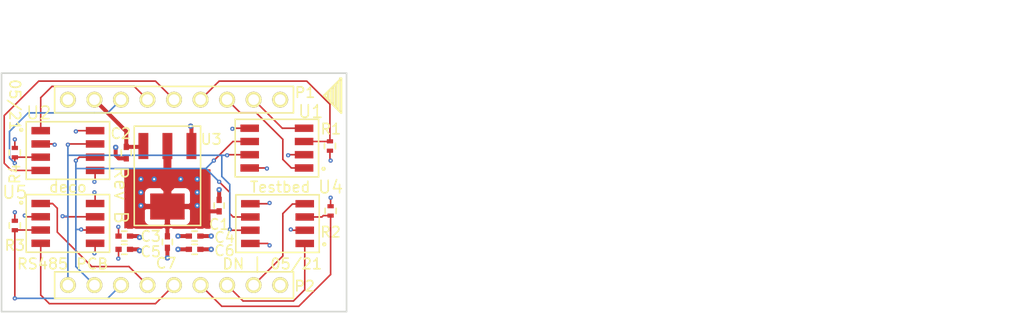
<source format=kicad_pcb>
(kicad_pcb (version 4) (host pcbnew 4.0.2-stable)

  (general
    (links 59)
    (no_connects 0)
    (area 168.525 78.43 267.90227 108.925)
    (thickness 1.6)
    (drawings 22)
    (tracks 234)
    (zones 0)
    (modules 18)
    (nets 18)
  )

  (page A4)
  (layers
    (0 F.Cu signal hide)
    (1 In1.Cu signal hide)
    (2 In2.Cu signal hide)
    (31 B.Cu signal hide)
    (32 B.Adhes user hide)
    (33 F.Adhes user hide)
    (34 B.Paste user hide)
    (35 F.Paste user)
    (36 B.SilkS user)
    (37 F.SilkS user)
    (38 B.Mask user)
    (39 F.Mask user)
    (40 Dwgs.User user)
    (41 Cmts.User user)
    (42 Eco1.User user)
    (43 Eco2.User user)
    (44 Edge.Cuts user)
    (45 Margin user)
    (46 B.CrtYd user)
    (47 F.CrtYd user)
    (48 B.Fab user)
    (49 F.Fab user)
  )

  (setup
    (last_trace_width 0.25)
    (user_trace_width 0.1524)
    (user_trace_width 0.381)
    (user_trace_width 0.762)
    (trace_clearance 0.2)
    (zone_clearance 0.254)
    (zone_45_only no)
    (trace_min 0.1524)
    (segment_width 0.2)
    (edge_width 0.15)
    (via_size 0.6)
    (via_drill 0.4)
    (via_min_size 0.4)
    (via_min_drill 0.1524)
    (user_via 0.4064 0.1524)
    (user_via 0.508 0.2032)
    (uvia_size 0.3)
    (uvia_drill 0.1)
    (uvias_allowed no)
    (uvia_min_size 0)
    (uvia_min_drill 0)
    (pcb_text_width 0.3)
    (pcb_text_size 1.5 1.5)
    (mod_edge_width 0.15)
    (mod_text_size 1 1)
    (mod_text_width 0.15)
    (pad_size 1.524 1.524)
    (pad_drill 0.762)
    (pad_to_mask_clearance 0.0508)
    (solder_mask_min_width 0.0508)
    (aux_axis_origin 0 0)
    (visible_elements 7FFFFFFF)
    (pcbplotparams
      (layerselection 0x001e8_80000007)
      (usegerberextensions false)
      (excludeedgelayer false)
      (linewidth 0.100000)
      (plotframeref false)
      (viasonmask false)
      (mode 1)
      (useauxorigin false)
      (hpglpennumber 1)
      (hpglpenspeed 20)
      (hpglpendiameter 15)
      (hpglpenoverlay 2)
      (psnegative false)
      (psa4output false)
      (plotreference true)
      (plotvalue true)
      (plotinvisibletext false)
      (padsonsilk false)
      (subtractmaskfromsilk false)
      (outputformat 1)
      (mirror false)
      (drillshape 0)
      (scaleselection 1)
      (outputdirectory gerber/))
  )

  (net 0 "")
  (net 1 GND)
  (net 2 +3V3)
  (net 3 +5V)
  (net 4 "Net-(P1-Pad2)")
  (net 5 "Net-(P1-Pad3)")
  (net 6 "Net-(P1-Pad4)")
  (net 7 "Net-(P1-Pad5)")
  (net 8 "Net-(P1-Pad6)")
  (net 9 "Net-(P2-Pad2)")
  (net 10 "Net-(P2-Pad3)")
  (net 11 "Net-(P2-Pad4)")
  (net 12 "Net-(P2-Pad5)")
  (net 13 "Net-(P2-Pad6)")
  (net 14 "Net-(P2-Pad7)")
  (net 15 "Net-(P2-Pad8)")
  (net 16 "Net-(P2-Pad9)")
  (net 17 "Net-(P1-Pad7)")

  (net_class Default "This is the default net class."
    (clearance 0.2)
    (trace_width 0.25)
    (via_dia 0.6)
    (via_drill 0.4)
    (uvia_dia 0.3)
    (uvia_drill 0.1)
    (add_net +3V3)
    (add_net +5V)
    (add_net GND)
    (add_net "Net-(P1-Pad2)")
    (add_net "Net-(P1-Pad3)")
    (add_net "Net-(P1-Pad4)")
    (add_net "Net-(P1-Pad5)")
    (add_net "Net-(P1-Pad6)")
    (add_net "Net-(P1-Pad7)")
    (add_net "Net-(P2-Pad2)")
    (add_net "Net-(P2-Pad3)")
    (add_net "Net-(P2-Pad4)")
    (add_net "Net-(P2-Pad5)")
    (add_net "Net-(P2-Pad6)")
    (add_net "Net-(P2-Pad7)")
    (add_net "Net-(P2-Pad8)")
    (add_net "Net-(P2-Pad9)")
  )

  (module mods:C_0402 (layer F.Cu) (tedit 57854259) (tstamp 5773E571)
    (at 191.008 97.79 90)
    (descr "Capacitor SMD 0402, reflow soldering, AVX (see smccp.pdf)")
    (tags "capacitor 0402")
    (path /57719377)
    (attr smd)
    (fp_text reference C1 (at -1.8034 0 180) (layer F.SilkS)
      (effects (font (size 1 1) (thickness 0.15)))
    )
    (fp_text value .1uF (at 0 1.7 90) (layer F.Fab) hide
      (effects (font (size 1 1) (thickness 0.15)))
    )
    (fp_line (start -1.15 -0.6) (end 1.15 -0.6) (layer F.CrtYd) (width 0.05))
    (fp_line (start -1.15 0.6) (end 1.15 0.6) (layer F.CrtYd) (width 0.05))
    (fp_line (start -1.15 -0.6) (end -1.15 0.6) (layer F.CrtYd) (width 0.05))
    (fp_line (start 1.15 -0.6) (end 1.15 0.6) (layer F.CrtYd) (width 0.05))
    (fp_line (start 0.25 -0.475) (end -0.25 -0.475) (layer F.SilkS) (width 0.15))
    (fp_line (start -0.25 0.475) (end 0.25 0.475) (layer F.SilkS) (width 0.15))
    (pad 1 smd rect (at -0.55 0 90) (size 0.6 0.5) (layers F.Cu F.Paste F.Mask)
      (net 2 +3V3))
    (pad 2 smd rect (at 0.55 0 90) (size 0.6 0.5) (layers F.Cu F.Paste F.Mask)
      (net 1 GND))
    (model Capacitors_SMD.3dshapes/C_0402.wrl
      (at (xyz 0 0 0))
      (scale (xyz 1 1 1))
      (rotate (xyz 0 0 0))
    )
  )

  (module mods:C_0402 (layer F.Cu) (tedit 5785424B) (tstamp 5773E57D)
    (at 182.118 92.71 270)
    (descr "Capacitor SMD 0402, reflow soldering, AVX (see smccp.pdf)")
    (tags "capacitor 0402")
    (path /5771927B)
    (attr smd)
    (fp_text reference C2 (at -1.8288 0.5334 360) (layer F.SilkS)
      (effects (font (size 1 1) (thickness 0.15)))
    )
    (fp_text value .1uF (at 0 1.7 270) (layer F.Fab) hide
      (effects (font (size 1 1) (thickness 0.15)))
    )
    (fp_line (start -1.15 -0.6) (end 1.15 -0.6) (layer F.CrtYd) (width 0.05))
    (fp_line (start -1.15 0.6) (end 1.15 0.6) (layer F.CrtYd) (width 0.05))
    (fp_line (start -1.15 -0.6) (end -1.15 0.6) (layer F.CrtYd) (width 0.05))
    (fp_line (start 1.15 -0.6) (end 1.15 0.6) (layer F.CrtYd) (width 0.05))
    (fp_line (start 0.25 -0.475) (end -0.25 -0.475) (layer F.SilkS) (width 0.15))
    (fp_line (start -0.25 0.475) (end 0.25 0.475) (layer F.SilkS) (width 0.15))
    (pad 1 smd rect (at -0.55 0 270) (size 0.6 0.5) (layers F.Cu F.Paste F.Mask)
      (net 3 +5V))
    (pad 2 smd rect (at 0.55 0 270) (size 0.6 0.5) (layers F.Cu F.Paste F.Mask)
      (net 1 GND))
    (model Capacitors_SMD.3dshapes/C_0402.wrl
      (at (xyz 0 0 0))
      (scale (xyz 1 1 1))
      (rotate (xyz 0 0 0))
    )
  )

  (module mods:C_0402 (layer F.Cu) (tedit 577BEF88) (tstamp 5773E589)
    (at 181.9275 100.711 180)
    (descr "Capacitor SMD 0402, reflow soldering, AVX (see smccp.pdf)")
    (tags "capacitor 0402")
    (path /57693743)
    (attr smd)
    (fp_text reference C3 (at -2.5273 -0.0254 360) (layer F.SilkS)
      (effects (font (size 1 1) (thickness 0.15)))
    )
    (fp_text value C (at 0 1.7 180) (layer F.Fab) hide
      (effects (font (size 1 1) (thickness 0.15)))
    )
    (fp_line (start -1.15 -0.6) (end 1.15 -0.6) (layer F.CrtYd) (width 0.05))
    (fp_line (start -1.15 0.6) (end 1.15 0.6) (layer F.CrtYd) (width 0.05))
    (fp_line (start -1.15 -0.6) (end -1.15 0.6) (layer F.CrtYd) (width 0.05))
    (fp_line (start 1.15 -0.6) (end 1.15 0.6) (layer F.CrtYd) (width 0.05))
    (fp_line (start 0.25 -0.475) (end -0.25 -0.475) (layer F.SilkS) (width 0.15))
    (fp_line (start -0.25 0.475) (end 0.25 0.475) (layer F.SilkS) (width 0.15))
    (pad 1 smd rect (at -0.55 0 180) (size 0.6 0.5) (layers F.Cu F.Paste F.Mask)
      (net 2 +3V3))
    (pad 2 smd rect (at 0.55 0 180) (size 0.6 0.5) (layers F.Cu F.Paste F.Mask)
      (net 1 GND))
    (model Capacitors_SMD.3dshapes/C_0402.wrl
      (at (xyz 0 0 0))
      (scale (xyz 1 1 1))
      (rotate (xyz 0 0 0))
    )
  )

  (module mods:C_0402 (layer F.Cu) (tedit 577BEF55) (tstamp 5773E595)
    (at 188.6585 100.711 180)
    (descr "Capacitor SMD 0402, reflow soldering, AVX (see smccp.pdf)")
    (tags "capacitor 0402")
    (path /5769355B)
    (attr smd)
    (fp_text reference C4 (at -2.8575 -0.127 180) (layer F.SilkS)
      (effects (font (size 1 1) (thickness 0.15)))
    )
    (fp_text value C (at 0 1.7 180) (layer F.Fab) hide
      (effects (font (size 1 1) (thickness 0.15)))
    )
    (fp_line (start -1.15 -0.6) (end 1.15 -0.6) (layer F.CrtYd) (width 0.05))
    (fp_line (start -1.15 0.6) (end 1.15 0.6) (layer F.CrtYd) (width 0.05))
    (fp_line (start -1.15 -0.6) (end -1.15 0.6) (layer F.CrtYd) (width 0.05))
    (fp_line (start 1.15 -0.6) (end 1.15 0.6) (layer F.CrtYd) (width 0.05))
    (fp_line (start 0.25 -0.475) (end -0.25 -0.475) (layer F.SilkS) (width 0.15))
    (fp_line (start -0.25 0.475) (end 0.25 0.475) (layer F.SilkS) (width 0.15))
    (pad 1 smd rect (at -0.55 0 180) (size 0.6 0.5) (layers F.Cu F.Paste F.Mask)
      (net 2 +3V3))
    (pad 2 smd rect (at 0.55 0 180) (size 0.6 0.5) (layers F.Cu F.Paste F.Mask)
      (net 1 GND))
    (model Capacitors_SMD.3dshapes/C_0402.wrl
      (at (xyz 0 0 0))
      (scale (xyz 1 1 1))
      (rotate (xyz 0 0 0))
    )
  )

  (module mods:C_0402 (layer F.Cu) (tedit 577BEF8D) (tstamp 5773E5A1)
    (at 181.9275 101.981 180)
    (descr "Capacitor SMD 0402, reflow soldering, AVX (see smccp.pdf)")
    (tags "capacitor 0402")
    (path /576936B0)
    (attr smd)
    (fp_text reference C5 (at -2.5273 -0.2286 180) (layer F.SilkS)
      (effects (font (size 1 1) (thickness 0.15)))
    )
    (fp_text value C (at 0 1.7 180) (layer F.Fab) hide
      (effects (font (size 1 1) (thickness 0.15)))
    )
    (fp_line (start -1.15 -0.6) (end 1.15 -0.6) (layer F.CrtYd) (width 0.05))
    (fp_line (start -1.15 0.6) (end 1.15 0.6) (layer F.CrtYd) (width 0.05))
    (fp_line (start -1.15 -0.6) (end -1.15 0.6) (layer F.CrtYd) (width 0.05))
    (fp_line (start 1.15 -0.6) (end 1.15 0.6) (layer F.CrtYd) (width 0.05))
    (fp_line (start 0.25 -0.475) (end -0.25 -0.475) (layer F.SilkS) (width 0.15))
    (fp_line (start -0.25 0.475) (end 0.25 0.475) (layer F.SilkS) (width 0.15))
    (pad 1 smd rect (at -0.55 0 180) (size 0.6 0.5) (layers F.Cu F.Paste F.Mask)
      (net 2 +3V3))
    (pad 2 smd rect (at 0.55 0 180) (size 0.6 0.5) (layers F.Cu F.Paste F.Mask)
      (net 1 GND))
    (model Capacitors_SMD.3dshapes/C_0402.wrl
      (at (xyz 0 0 0))
      (scale (xyz 1 1 1))
      (rotate (xyz 0 0 0))
    )
  )

  (module mods:C_0402 (layer F.Cu) (tedit 577BEF97) (tstamp 5773E5AD)
    (at 188.6585 101.981 180)
    (descr "Capacitor SMD 0402, reflow soldering, AVX (see smccp.pdf)")
    (tags "capacitor 0402")
    (path /576936D2)
    (attr smd)
    (fp_text reference C6 (at -2.8575 -0.127 180) (layer F.SilkS)
      (effects (font (size 1 1) (thickness 0.15)))
    )
    (fp_text value C (at 0 1.7 180) (layer F.Fab) hide
      (effects (font (size 1 1) (thickness 0.15)))
    )
    (fp_line (start -1.15 -0.6) (end 1.15 -0.6) (layer F.CrtYd) (width 0.05))
    (fp_line (start -1.15 0.6) (end 1.15 0.6) (layer F.CrtYd) (width 0.05))
    (fp_line (start -1.15 -0.6) (end -1.15 0.6) (layer F.CrtYd) (width 0.05))
    (fp_line (start 1.15 -0.6) (end 1.15 0.6) (layer F.CrtYd) (width 0.05))
    (fp_line (start 0.25 -0.475) (end -0.25 -0.475) (layer F.SilkS) (width 0.15))
    (fp_line (start -0.25 0.475) (end 0.25 0.475) (layer F.SilkS) (width 0.15))
    (pad 1 smd rect (at -0.55 0 180) (size 0.6 0.5) (layers F.Cu F.Paste F.Mask)
      (net 2 +3V3))
    (pad 2 smd rect (at 0.55 0 180) (size 0.6 0.5) (layers F.Cu F.Paste F.Mask)
      (net 1 GND))
    (model Capacitors_SMD.3dshapes/C_0402.wrl
      (at (xyz 0 0 0))
      (scale (xyz 1 1 1))
      (rotate (xyz 0 0 0))
    )
  )

  (module mods:C_0402 (layer F.Cu) (tedit 577BEF45) (tstamp 5773E5B9)
    (at 186.055 101.2825 270)
    (descr "Capacitor SMD 0402, reflow soldering, AVX (see smccp.pdf)")
    (tags "capacitor 0402")
    (path /57693708)
    (attr smd)
    (fp_text reference C7 (at 2.032 0.127 360) (layer F.SilkS)
      (effects (font (size 1 1) (thickness 0.15)))
    )
    (fp_text value C (at 0 1.7 270) (layer F.Fab) hide
      (effects (font (size 1 1) (thickness 0.15)))
    )
    (fp_line (start -1.15 -0.6) (end 1.15 -0.6) (layer F.CrtYd) (width 0.05))
    (fp_line (start -1.15 0.6) (end 1.15 0.6) (layer F.CrtYd) (width 0.05))
    (fp_line (start -1.15 -0.6) (end -1.15 0.6) (layer F.CrtYd) (width 0.05))
    (fp_line (start 1.15 -0.6) (end 1.15 0.6) (layer F.CrtYd) (width 0.05))
    (fp_line (start 0.25 -0.475) (end -0.25 -0.475) (layer F.SilkS) (width 0.15))
    (fp_line (start -0.25 0.475) (end 0.25 0.475) (layer F.SilkS) (width 0.15))
    (pad 1 smd rect (at -0.55 0 270) (size 0.6 0.5) (layers F.Cu F.Paste F.Mask)
      (net 2 +3V3))
    (pad 2 smd rect (at 0.55 0 270) (size 0.6 0.5) (layers F.Cu F.Paste F.Mask)
      (net 1 GND))
    (model Capacitors_SMD.3dshapes/C_0402.wrl
      (at (xyz 0 0 0))
      (scale (xyz 1 1 1))
      (rotate (xyz 0 0 0))
    )
  )

  (module mods:R_0402 (layer F.Cu) (tedit 5785421F) (tstamp 5773E5E7)
    (at 201.6125 92.075 270)
    (descr "Resistor SMD 0402, reflow soldering, Vishay (see dcrcw.pdf)")
    (tags "resistor 0402")
    (path /577182E4)
    (attr smd)
    (fp_text reference R1 (at -1.6256 -0.0889 360) (layer F.SilkS)
      (effects (font (size 1 1) (thickness 0.15)))
    )
    (fp_text value 10k (at 0 1.8 270) (layer F.Fab) hide
      (effects (font (size 1 1) (thickness 0.15)))
    )
    (fp_line (start -0.95 -0.65) (end 0.95 -0.65) (layer F.CrtYd) (width 0.05))
    (fp_line (start -0.95 0.65) (end 0.95 0.65) (layer F.CrtYd) (width 0.05))
    (fp_line (start -0.95 -0.65) (end -0.95 0.65) (layer F.CrtYd) (width 0.05))
    (fp_line (start 0.95 -0.65) (end 0.95 0.65) (layer F.CrtYd) (width 0.05))
    (fp_line (start 0.25 -0.525) (end -0.25 -0.525) (layer F.SilkS) (width 0.15))
    (fp_line (start -0.25 0.525) (end 0.25 0.525) (layer F.SilkS) (width 0.15))
    (pad 1 smd rect (at -0.45 0 270) (size 0.4 0.6) (layers F.Cu F.Paste F.Mask)
      (net 6 "Net-(P1-Pad4)"))
    (pad 2 smd rect (at 0.45 0 270) (size 0.4 0.6) (layers F.Cu F.Paste F.Mask)
      (net 1 GND))
    (model Resistors_SMD.3dshapes/R_0402.wrl
      (at (xyz 0 0 0))
      (scale (xyz 1 1 1))
      (rotate (xyz 0 0 0))
    )
  )

  (module mods:R_0402 (layer F.Cu) (tedit 57854220) (tstamp 5773E5F3)
    (at 201.676 98.298 90)
    (descr "Resistor SMD 0402, reflow soldering, Vishay (see dcrcw.pdf)")
    (tags "resistor 0402")
    (path /57718CB5)
    (attr smd)
    (fp_text reference R2 (at -2.032 0 180) (layer F.SilkS)
      (effects (font (size 1 1) (thickness 0.15)))
    )
    (fp_text value 10k (at 0 1.8 90) (layer F.Fab) hide
      (effects (font (size 1 1) (thickness 0.15)))
    )
    (fp_line (start -0.95 -0.65) (end 0.95 -0.65) (layer F.CrtYd) (width 0.05))
    (fp_line (start -0.95 0.65) (end 0.95 0.65) (layer F.CrtYd) (width 0.05))
    (fp_line (start -0.95 -0.65) (end -0.95 0.65) (layer F.CrtYd) (width 0.05))
    (fp_line (start 0.95 -0.65) (end 0.95 0.65) (layer F.CrtYd) (width 0.05))
    (fp_line (start 0.25 -0.525) (end -0.25 -0.525) (layer F.SilkS) (width 0.15))
    (fp_line (start -0.25 0.525) (end 0.25 0.525) (layer F.SilkS) (width 0.15))
    (pad 1 smd rect (at -0.45 0 90) (size 0.4 0.6) (layers F.Cu F.Paste F.Mask)
      (net 11 "Net-(P2-Pad4)"))
    (pad 2 smd rect (at 0.45 0 90) (size 0.4 0.6) (layers F.Cu F.Paste F.Mask)
      (net 1 GND))
    (model Resistors_SMD.3dshapes/R_0402.wrl
      (at (xyz 0 0 0))
      (scale (xyz 1 1 1))
      (rotate (xyz 0 0 0))
    )
  )

  (module mods:R_0402 (layer F.Cu) (tedit 57854229) (tstamp 5773E5FF)
    (at 171.45 99.695 90)
    (descr "Resistor SMD 0402, reflow soldering, Vishay (see dcrcw.pdf)")
    (tags "resistor 0402")
    (path /57718E26)
    (attr smd)
    (fp_text reference R3 (at -1.905 0 180) (layer F.SilkS)
      (effects (font (size 1 1) (thickness 0.15)))
    )
    (fp_text value 10k (at 0 1.8 90) (layer F.Fab) hide
      (effects (font (size 1 1) (thickness 0.15)))
    )
    (fp_line (start -0.95 -0.65) (end 0.95 -0.65) (layer F.CrtYd) (width 0.05))
    (fp_line (start -0.95 0.65) (end 0.95 0.65) (layer F.CrtYd) (width 0.05))
    (fp_line (start -0.95 -0.65) (end -0.95 0.65) (layer F.CrtYd) (width 0.05))
    (fp_line (start 0.95 -0.65) (end 0.95 0.65) (layer F.CrtYd) (width 0.05))
    (fp_line (start 0.25 -0.525) (end -0.25 -0.525) (layer F.SilkS) (width 0.15))
    (fp_line (start -0.25 0.525) (end 0.25 0.525) (layer F.SilkS) (width 0.15))
    (pad 1 smd rect (at -0.45 0 90) (size 0.4 0.6) (layers F.Cu F.Paste F.Mask)
      (net 14 "Net-(P2-Pad7)"))
    (pad 2 smd rect (at 0.45 0 90) (size 0.4 0.6) (layers F.Cu F.Paste F.Mask)
      (net 1 GND))
    (model Resistors_SMD.3dshapes/R_0402.wrl
      (at (xyz 0 0 0))
      (scale (xyz 1 1 1))
      (rotate (xyz 0 0 0))
    )
  )

  (module mods:TLV1117LV33DCYR (layer F.Cu) (tedit 57854243) (tstamp 5773E62D)
    (at 186.055 94.615 180)
    (path /577190AA)
    (attr smd)
    (fp_text reference U3 (at -4.191 3.175 180) (layer F.SilkS)
      (effects (font (size 1 1) (thickness 0.15)))
    )
    (fp_text value TLV1117LV33DCYR (at 0.635 -6.35 180) (layer F.Fab) hide
      (effects (font (size 1 1) (thickness 0.15)))
    )
    (fp_line (start -3.175 -5.08) (end -3.175 4.445) (layer F.SilkS) (width 0.15))
    (fp_line (start -3.175 4.445) (end 3.175 4.445) (layer F.SilkS) (width 0.15))
    (fp_line (start 3.175 4.445) (end 3.175 -5.08) (layer F.SilkS) (width 0.15))
    (fp_line (start 3.175 -5.08) (end -3.175 -5.08) (layer F.SilkS) (width 0.15))
    (pad Tab smd rect (at 0 -3.26 180) (size 3.3 2.5) (layers F.Cu F.Paste F.Mask)
      (net 2 +3V3))
    (pad 2 smd rect (at 0 2.54 180) (size 0.95 2.5) (layers F.Cu F.Paste F.Mask)
      (net 2 +3V3))
    (pad 3 smd rect (at 2.3 2.54 180) (size 0.95 2.5) (layers F.Cu F.Paste F.Mask)
      (net 3 +5V))
    (pad 1 smd rect (at -2.3 2.54 180) (size 0.95 2.5) (layers F.Cu F.Paste F.Mask)
      (net 1 GND))
  )

  (module mods:R_0402 (layer F.Cu) (tedit 577C1717) (tstamp 5773EE19)
    (at 171.45 92.71 270)
    (descr "Resistor SMD 0402, reflow soldering, Vishay (see dcrcw.pdf)")
    (tags "resistor 0402")
    (path /577185A8)
    (attr smd)
    (fp_text reference R4 (at 2.032 0 270) (layer F.SilkS)
      (effects (font (size 1 1) (thickness 0.15)))
    )
    (fp_text value 10k (at 0 1.8 270) (layer F.Fab) hide
      (effects (font (size 1 1) (thickness 0.15)))
    )
    (fp_line (start -0.95 -0.65) (end 0.95 -0.65) (layer F.CrtYd) (width 0.05))
    (fp_line (start -0.95 0.65) (end 0.95 0.65) (layer F.CrtYd) (width 0.05))
    (fp_line (start -0.95 -0.65) (end -0.95 0.65) (layer F.CrtYd) (width 0.05))
    (fp_line (start 0.95 -0.65) (end 0.95 0.65) (layer F.CrtYd) (width 0.05))
    (fp_line (start 0.25 -0.525) (end -0.25 -0.525) (layer F.SilkS) (width 0.15))
    (fp_line (start -0.25 0.525) (end 0.25 0.525) (layer F.SilkS) (width 0.15))
    (pad 1 smd rect (at -0.45 0 270) (size 0.4 0.6) (layers F.Cu F.Paste F.Mask)
      (net 1 GND))
    (pad 2 smd rect (at 0.45 0 270) (size 0.4 0.6) (layers F.Cu F.Paste F.Mask)
      (net 17 "Net-(P1-Pad7)"))
    (model Resistors_SMD.3dshapes/R_0402.wrl
      (at (xyz 0 0 0))
      (scale (xyz 1 1 1))
      (rotate (xyz 0 0 0))
    )
  )

  (module mods:9_pin_10in (layer F.Cu) (tedit 57854263) (tstamp 577BE2E1)
    (at 186.69 87.63 180)
    (path /57695520)
    (fp_text reference P1 (at -12.5476 0.6858 360) (layer F.SilkS)
      (effects (font (size 1 1) (thickness 0.15)))
    )
    (fp_text value CONN_01X09 (at 0 -2.54 180) (layer F.Fab) hide
      (effects (font (size 1 1) (thickness 0.15)))
    )
    (fp_line (start -11.43 -1.27) (end -11.43 1.27) (layer F.SilkS) (width 0.15))
    (fp_line (start -11.43 1.27) (end 11.43 1.27) (layer F.SilkS) (width 0.15))
    (fp_line (start 11.43 1.27) (end 11.43 -1.27) (layer F.SilkS) (width 0.15))
    (fp_line (start 11.43 -1.27) (end -11.43 -1.27) (layer F.SilkS) (width 0.15))
    (pad 1 thru_hole circle (at -10.16 0 180) (size 1.524 1.524) (drill 1.016) (layers *.Cu *.Mask F.SilkS)
      (net 1 GND))
    (pad 2 thru_hole circle (at -7.62 0 180) (size 1.524 1.524) (drill 1.016) (layers *.Cu *.Mask F.SilkS)
      (net 4 "Net-(P1-Pad2)"))
    (pad 3 thru_hole circle (at -5.08 0 180) (size 1.524 1.524) (drill 1.016) (layers *.Cu *.Mask F.SilkS)
      (net 5 "Net-(P1-Pad3)"))
    (pad 4 thru_hole circle (at -2.54 0 180) (size 1.524 1.524) (drill 1.016) (layers *.Cu *.Mask F.SilkS)
      (net 6 "Net-(P1-Pad4)"))
    (pad 5 thru_hole circle (at 0 0 180) (size 1.524 1.524) (drill 1.016) (layers *.Cu *.Mask F.SilkS)
      (net 7 "Net-(P1-Pad5)"))
    (pad 6 thru_hole circle (at 2.54 0 180) (size 1.524 1.524) (drill 1.016) (layers *.Cu *.Mask F.SilkS)
      (net 8 "Net-(P1-Pad6)"))
    (pad 7 thru_hole circle (at 5.08 0 180) (size 1.524 1.524) (drill 1.016) (layers *.Cu *.Mask F.SilkS)
      (net 17 "Net-(P1-Pad7)"))
    (pad 8 thru_hole circle (at 7.62 0 180) (size 1.524 1.524) (drill 1.016) (layers *.Cu *.Mask F.SilkS)
      (net 3 +5V))
    (pad 9 thru_hole circle (at 10.16 0 180) (size 1.524 1.524) (drill 1.016) (layers *.Cu *.Mask F.SilkS)
      (net 1 GND))
  )

  (module mods:9_pin_10in (layer F.Cu) (tedit 5785425F) (tstamp 577BE2F2)
    (at 186.69 105.41 180)
    (path /5769569A)
    (fp_text reference P2 (at -12.4968 -0.1016 360) (layer F.SilkS)
      (effects (font (size 1 1) (thickness 0.15)))
    )
    (fp_text value CONN_01X09 (at 0 -2.54 180) (layer F.Fab) hide
      (effects (font (size 1 1) (thickness 0.15)))
    )
    (fp_line (start -11.43 -1.27) (end -11.43 1.27) (layer F.SilkS) (width 0.15))
    (fp_line (start -11.43 1.27) (end 11.43 1.27) (layer F.SilkS) (width 0.15))
    (fp_line (start 11.43 1.27) (end 11.43 -1.27) (layer F.SilkS) (width 0.15))
    (fp_line (start 11.43 -1.27) (end -11.43 -1.27) (layer F.SilkS) (width 0.15))
    (pad 1 thru_hole circle (at -10.16 0 180) (size 1.524 1.524) (drill 1.016) (layers *.Cu *.Mask F.SilkS)
      (net 1 GND))
    (pad 2 thru_hole circle (at -7.62 0 180) (size 1.524 1.524) (drill 1.016) (layers *.Cu *.Mask F.SilkS)
      (net 9 "Net-(P2-Pad2)"))
    (pad 3 thru_hole circle (at -5.08 0 180) (size 1.524 1.524) (drill 1.016) (layers *.Cu *.Mask F.SilkS)
      (net 10 "Net-(P2-Pad3)"))
    (pad 4 thru_hole circle (at -2.54 0 180) (size 1.524 1.524) (drill 1.016) (layers *.Cu *.Mask F.SilkS)
      (net 11 "Net-(P2-Pad4)"))
    (pad 5 thru_hole circle (at 0 0 180) (size 1.524 1.524) (drill 1.016) (layers *.Cu *.Mask F.SilkS)
      (net 12 "Net-(P2-Pad5)"))
    (pad 6 thru_hole circle (at 2.54 0 180) (size 1.524 1.524) (drill 1.016) (layers *.Cu *.Mask F.SilkS)
      (net 13 "Net-(P2-Pad6)"))
    (pad 7 thru_hole circle (at 5.08 0 180) (size 1.524 1.524) (drill 1.016) (layers *.Cu *.Mask F.SilkS)
      (net 14 "Net-(P2-Pad7)"))
    (pad 8 thru_hole circle (at 7.62 0 180) (size 1.524 1.524) (drill 1.016) (layers *.Cu *.Mask F.SilkS)
      (net 15 "Net-(P2-Pad8)"))
    (pad 9 thru_hole circle (at 10.16 0 180) (size 1.524 1.524) (drill 1.016) (layers *.Cu *.Mask F.SilkS)
      (net 16 "Net-(P2-Pad9)"))
  )

  (module mods:SO-8 (layer F.Cu) (tedit 57AB3B67) (tstamp 5773F058)
    (at 196.5325 92.075 180)
    (path /5769286F)
    (attr smd)
    (fp_text reference U1 (at -3.2385 3.302 180) (layer F.SilkS)
      (effects (font (size 1.2 1.2) (thickness 0.15)))
    )
    (fp_text value SP3485CN (at 0 -0.2 450) (layer F.Fab)
      (effects (font (size 1.2 1.2) (thickness 0.15)))
    )
    (fp_circle (center -4.4704 -2.1844) (end -4.4196 -2.2098) (layer F.SilkS) (width 0.15))
    (fp_line (start 3.9925 -2.9606) (end -3.9925 -2.9606) (layer F.SilkS) (width 0.15))
    (fp_line (start -3.9925 -2.9606) (end -3.9925 2.5606) (layer F.SilkS) (width 0.15))
    (fp_line (start -3.9925 2.5606) (end 3.9925 2.5606) (layer F.SilkS) (width 0.15))
    (fp_line (start 3.9925 2.5606) (end 3.9925 -2.9606) (layer F.SilkS) (width 0.15))
    (pad 8 smd rect (at 2.6035 -2.105 90) (size 0.7112 1.778) (layers F.Cu F.Paste F.Mask)
      (net 2 +3V3))
    (pad 1 smd rect (at -2.6035 -2.105 90) (size 0.7112 1.778) (layers F.Cu F.Paste F.Mask)
      (net 5 "Net-(P1-Pad3)"))
    (pad 7 smd rect (at 2.6035 -0.835 90) (size 0.7112 1.778) (layers F.Cu F.Paste F.Mask)
      (net 16 "Net-(P2-Pad9)"))
    (pad 2 smd rect (at -2.6035 -0.835 90) (size 0.7112 1.778) (layers F.Cu F.Paste F.Mask)
      (net 1 GND))
    (pad 6 smd rect (at 2.6035 0.435 90) (size 0.7112 1.778) (layers F.Cu F.Paste F.Mask)
      (net 15 "Net-(P2-Pad8)"))
    (pad 3 smd rect (at -2.6035 0.435 90) (size 0.7112 1.778) (layers F.Cu F.Paste F.Mask)
      (net 6 "Net-(P1-Pad4)"))
    (pad 5 smd rect (at 2.6035 1.705 90) (size 0.7112 1.778) (layers F.Cu F.Paste F.Mask)
      (net 1 GND))
    (pad 4 smd rect (at -2.6035 1.705 90) (size 0.7112 1.778) (layers F.Cu F.Paste F.Mask)
      (net 4 "Net-(P1-Pad2)"))
  )

  (module mods:SO-8 (layer F.Cu) (tedit 57AB3C16) (tstamp 5773F07A)
    (at 196.596 99.314 180)
    (path /57693075)
    (attr smd)
    (fp_text reference U4 (at -5.08 3.302 180) (layer F.SilkS)
      (effects (font (size 1.2 1.2) (thickness 0.15)))
    )
    (fp_text value SP3485CN (at 0 -0.2 450) (layer F.Fab)
      (effects (font (size 1.2 1.2) (thickness 0.15)))
    )
    (fp_circle (center -4.4704 -2.1844) (end -4.4196 -2.2098) (layer F.SilkS) (width 0.15))
    (fp_line (start 3.9925 -2.9606) (end -3.9925 -2.9606) (layer F.SilkS) (width 0.15))
    (fp_line (start -3.9925 -2.9606) (end -3.9925 2.5606) (layer F.SilkS) (width 0.15))
    (fp_line (start -3.9925 2.5606) (end 3.9925 2.5606) (layer F.SilkS) (width 0.15))
    (fp_line (start 3.9925 2.5606) (end 3.9925 -2.9606) (layer F.SilkS) (width 0.15))
    (pad 8 smd rect (at 2.6035 -2.105 90) (size 0.7112 1.778) (layers F.Cu F.Paste F.Mask)
      (net 2 +3V3))
    (pad 1 smd rect (at -2.6035 -2.105 90) (size 0.7112 1.778) (layers F.Cu F.Paste F.Mask)
      (net 10 "Net-(P2-Pad3)"))
    (pad 7 smd rect (at 2.6035 -0.835 90) (size 0.7112 1.778) (layers F.Cu F.Paste F.Mask)
      (net 16 "Net-(P2-Pad9)"))
    (pad 2 smd rect (at -2.6035 -0.835 90) (size 0.7112 1.778) (layers F.Cu F.Paste F.Mask)
      (net 1 GND))
    (pad 6 smd rect (at 2.6035 0.435 90) (size 0.7112 1.778) (layers F.Cu F.Paste F.Mask)
      (net 15 "Net-(P2-Pad8)"))
    (pad 3 smd rect (at -2.6035 0.435 90) (size 0.7112 1.778) (layers F.Cu F.Paste F.Mask)
      (net 11 "Net-(P2-Pad4)"))
    (pad 5 smd rect (at 2.6035 1.705 90) (size 0.7112 1.778) (layers F.Cu F.Paste F.Mask)
      (net 1 GND))
    (pad 4 smd rect (at -2.6035 1.705 90) (size 0.7112 1.778) (layers F.Cu F.Paste F.Mask)
      (net 9 "Net-(P2-Pad2)"))
  )

  (module mods:SO-8 (layer F.Cu) (tedit 57AB3C06) (tstamp 5773F08B)
    (at 176.53 99.695)
    (path /57693087)
    (attr smd)
    (fp_text reference U5 (at -5.08 -3.175) (layer F.SilkS)
      (effects (font (size 1.2 1.2) (thickness 0.15)))
    )
    (fp_text value SP3485CN (at 0 -0.2 270) (layer F.Fab)
      (effects (font (size 1.2 1.2) (thickness 0.15)))
    )
    (fp_circle (center -4.4704 -2.1844) (end -4.4196 -2.2098) (layer F.SilkS) (width 0.15))
    (fp_line (start 3.9925 -2.9606) (end -3.9925 -2.9606) (layer F.SilkS) (width 0.15))
    (fp_line (start -3.9925 -2.9606) (end -3.9925 2.5606) (layer F.SilkS) (width 0.15))
    (fp_line (start -3.9925 2.5606) (end 3.9925 2.5606) (layer F.SilkS) (width 0.15))
    (fp_line (start 3.9925 2.5606) (end 3.9925 -2.9606) (layer F.SilkS) (width 0.15))
    (pad 8 smd rect (at 2.6035 -2.105 270) (size 0.7112 1.778) (layers F.Cu F.Paste F.Mask)
      (net 2 +3V3))
    (pad 1 smd rect (at -2.6035 -2.105 270) (size 0.7112 1.778) (layers F.Cu F.Paste F.Mask)
      (net 13 "Net-(P2-Pad6)"))
    (pad 7 smd rect (at 2.6035 -0.835 270) (size 0.7112 1.778) (layers F.Cu F.Paste F.Mask)
      (net 16 "Net-(P2-Pad9)"))
    (pad 2 smd rect (at -2.6035 -0.835 270) (size 0.7112 1.778) (layers F.Cu F.Paste F.Mask)
      (net 1 GND))
    (pad 6 smd rect (at 2.6035 0.435 270) (size 0.7112 1.778) (layers F.Cu F.Paste F.Mask)
      (net 15 "Net-(P2-Pad8)"))
    (pad 3 smd rect (at -2.6035 0.435 270) (size 0.7112 1.778) (layers F.Cu F.Paste F.Mask)
      (net 14 "Net-(P2-Pad7)"))
    (pad 5 smd rect (at 2.6035 1.705 270) (size 0.7112 1.778) (layers F.Cu F.Paste F.Mask)
      (net 1 GND))
    (pad 4 smd rect (at -2.6035 1.705 270) (size 0.7112 1.778) (layers F.Cu F.Paste F.Mask)
      (net 12 "Net-(P2-Pad5)"))
  )

  (module mods:SO-8 (layer F.Cu) (tedit 57AB3BDC) (tstamp 5773F069)
    (at 176.53 92.71)
    (path /57692F31)
    (attr smd)
    (fp_text reference U2 (at -2.794 -3.81) (layer F.SilkS)
      (effects (font (size 1.2 1.2) (thickness 0.15)))
    )
    (fp_text value SP3485CN (at 0 -0.2 270) (layer F.Fab)
      (effects (font (size 1.2 1.2) (thickness 0.15)))
    )
    (fp_circle (center -4.4704 -2.1844) (end -4.4196 -2.2098) (layer F.SilkS) (width 0.15))
    (fp_line (start 3.9925 -2.9606) (end -3.9925 -2.9606) (layer F.SilkS) (width 0.15))
    (fp_line (start -3.9925 -2.9606) (end -3.9925 2.5606) (layer F.SilkS) (width 0.15))
    (fp_line (start -3.9925 2.5606) (end 3.9925 2.5606) (layer F.SilkS) (width 0.15))
    (fp_line (start 3.9925 2.5606) (end 3.9925 -2.9606) (layer F.SilkS) (width 0.15))
    (pad 8 smd rect (at 2.6035 -2.105 270) (size 0.7112 1.778) (layers F.Cu F.Paste F.Mask)
      (net 2 +3V3))
    (pad 1 smd rect (at -2.6035 -2.105 270) (size 0.7112 1.778) (layers F.Cu F.Paste F.Mask)
      (net 8 "Net-(P1-Pad6)"))
    (pad 7 smd rect (at 2.6035 -0.835 270) (size 0.7112 1.778) (layers F.Cu F.Paste F.Mask)
      (net 16 "Net-(P2-Pad9)"))
    (pad 2 smd rect (at -2.6035 -0.835 270) (size 0.7112 1.778) (layers F.Cu F.Paste F.Mask)
      (net 1 GND))
    (pad 6 smd rect (at 2.6035 0.435 270) (size 0.7112 1.778) (layers F.Cu F.Paste F.Mask)
      (net 15 "Net-(P2-Pad8)"))
    (pad 3 smd rect (at -2.6035 0.435 270) (size 0.7112 1.778) (layers F.Cu F.Paste F.Mask)
      (net 17 "Net-(P1-Pad7)"))
    (pad 5 smd rect (at 2.6035 1.705 270) (size 0.7112 1.778) (layers F.Cu F.Paste F.Mask)
      (net 1 GND))
    (pad 4 smd rect (at -2.6035 1.705 270) (size 0.7112 1.778) (layers F.Cu F.Paste F.Mask)
      (net 7 "Net-(P1-Pad5)"))
  )

  (gr_line (start 201.422 86.868) (end 201.422 87.63) (angle 90) (layer F.SilkS) (width 0.2))
  (gr_line (start 201.676 86.741) (end 201.676 87.884) (angle 90) (layer F.SilkS) (width 0.2))
  (gr_line (start 201.93 86.487) (end 201.93 88.011) (angle 90) (layer F.SilkS) (width 0.2))
  (gr_line (start 202.184 86.233) (end 202.184 88.392) (angle 90) (layer F.SilkS) (width 0.2))
  (gr_line (start 202.438 85.979) (end 202.438 88.646) (angle 90) (layer F.SilkS) (width 0.2))
  (gr_line (start 202.692 85.598) (end 202.565 85.598) (angle 90) (layer F.SilkS) (width 0.2))
  (gr_line (start 202.692 88.9) (end 202.692 85.598) (angle 90) (layer F.SilkS) (width 0.2))
  (gr_line (start 201.041 87.249) (end 202.692 88.9) (angle 90) (layer F.SilkS) (width 0.2))
  (gr_line (start 202.692 85.598) (end 201.041 87.249) (angle 90) (layer F.SilkS) (width 0.2))
  (gr_text "deco | DN | 05/21\nTestbed\n\nP/N RS-485 Rev B\n4 Layer FR-4\n1 oz copper\nFinal thickness 0.063\nSolder mask both sides (green)\nSilkscreen legend top only (white)\n" (at 220.98 95.25) (layer Dwgs.User)
    (effects (font (size 1.778 1.778) (thickness 0.2032)) (justify left))
  )
  (dimension 22.86 (width 0.3) (layer Dwgs.User)
    (gr_text "0.9000 in" (at 209.63 96.52 270) (layer Dwgs.User)
      (effects (font (size 1.5 1.5) (thickness 0.3)))
    )
    (feature1 (pts (xy 204.47 107.95) (xy 210.98 107.95)))
    (feature2 (pts (xy 204.47 85.09) (xy 210.98 85.09)))
    (crossbar (pts (xy 208.28 85.09) (xy 208.28 107.95)))
    (arrow1a (pts (xy 208.28 107.95) (xy 207.693579 106.823496)))
    (arrow1b (pts (xy 208.28 107.95) (xy 208.866421 106.823496)))
    (arrow2a (pts (xy 208.28 85.09) (xy 207.693579 86.216504)))
    (arrow2b (pts (xy 208.28 85.09) (xy 208.866421 86.216504)))
  )
  (dimension 33.02 (width 0.3) (layer Dwgs.User)
    (gr_text "1.3000 in" (at 186.69 79.93) (layer Dwgs.User)
      (effects (font (size 1.5 1.5) (thickness 0.3)))
    )
    (feature1 (pts (xy 203.2 83.82) (xy 203.2 78.58)))
    (feature2 (pts (xy 170.18 83.82) (xy 170.18 78.58)))
    (crossbar (pts (xy 170.18 81.28) (xy 203.2 81.28)))
    (arrow1a (pts (xy 203.2 81.28) (xy 202.073496 81.866421)))
    (arrow1b (pts (xy 203.2 81.28) (xy 202.073496 80.693579)))
    (arrow2a (pts (xy 170.18 81.28) (xy 171.306504 81.866421)))
    (arrow2b (pts (xy 170.18 81.28) (xy 171.306504 80.693579)))
  )
  (gr_text "DN | 05/21" (at 196.088 103.378) (layer F.SilkS)
    (effects (font (size 1.016 1.016) (thickness 0.1524)))
  )
  (gr_text 05/21 (at 171.45 88.138 270) (layer F.SilkS)
    (effects (font (size 1.016 1.016) (thickness 0.1524)))
  )
  (gr_text "Rev B" (at 181.61 96.774 270) (layer F.SilkS)
    (effects (font (size 1.27 1.27) (thickness 0.1524)))
  )
  (gr_text "RS485 PCB" (at 176.022 103.378) (layer F.SilkS)
    (effects (font (size 1.016 1.016) (thickness 0.1524)))
  )
  (gr_text Testbed (at 196.85 96.012) (layer F.SilkS)
    (effects (font (size 1.016 1.016) (thickness 0.1524)))
  )
  (gr_text deco (at 176.53 96.012) (layer F.SilkS)
    (effects (font (size 1.016 1.016) (thickness 0.1524)))
  )
  (gr_line (start 170.18 107.95) (end 170.18 85.09) (angle 90) (layer Edge.Cuts) (width 0.15))
  (gr_line (start 203.2 107.95) (end 170.18 107.95) (angle 90) (layer Edge.Cuts) (width 0.15))
  (gr_line (start 203.2 85.09) (end 203.2 107.95) (angle 90) (layer Edge.Cuts) (width 0.15))
  (gr_line (start 170.18 85.09) (end 203.2 85.09) (angle 90) (layer Edge.Cuts) (width 0.15))

  (segment (start 186.055 101.8325) (end 186.055 102.8065) (width 0.381) (layer F.Cu) (net 1))
  (via (at 186.055 102.8065) (size 0.508) (drill 0.2032) (layers F.Cu B.Cu) (net 1))
  (segment (start 193.9925 97.609) (end 195.761 97.609) (width 0.1524) (layer F.Cu) (net 1))
  (via (at 195.834 97.536) (size 0.4064) (drill 0.1524) (layers F.Cu B.Cu) (net 1))
  (segment (start 195.761 97.609) (end 195.834 97.536) (width 0.1524) (layer F.Cu) (net 1) (tstamp 577BF178))
  (segment (start 199.1995 100.149) (end 197.939 100.149) (width 0.1524) (layer F.Cu) (net 1))
  (via (at 197.866 100.076) (size 0.4064) (drill 0.1524) (layers F.Cu B.Cu) (net 1))
  (segment (start 197.939 100.149) (end 197.866 100.076) (width 0.1524) (layer F.Cu) (net 1) (tstamp 577BF089))
  (segment (start 191.008 97.24) (end 191.008 96.266) (width 0.381) (layer F.Cu) (net 1))
  (via (at 191.008 96.266) (size 0.508) (drill 0.2032) (layers F.Cu B.Cu) (net 1))
  (segment (start 182.118 93.26) (end 181.398 93.26) (width 0.381) (layer F.Cu) (net 1))
  (via (at 181.102 92.202) (size 0.508) (drill 0.2032) (layers F.Cu B.Cu) (net 1))
  (segment (start 181.102 92.964) (end 181.102 92.202) (width 0.381) (layer F.Cu) (net 1) (tstamp 577BEE35))
  (segment (start 181.398 93.26) (end 181.102 92.964) (width 0.381) (layer F.Cu) (net 1) (tstamp 577BEE34))
  (segment (start 173.9265 91.875) (end 175.187 91.875) (width 0.1524) (layer F.Cu) (net 1))
  (via (at 175.26 91.948) (size 0.4064) (drill 0.1524) (layers F.Cu B.Cu) (net 1))
  (segment (start 175.187 91.875) (end 175.26 91.948) (width 0.1524) (layer F.Cu) (net 1) (tstamp 577BED13))
  (segment (start 193.929 90.37) (end 192.332 90.37) (width 0.1524) (layer F.Cu) (net 1))
  (via (at 192.278 90.424) (size 0.4064) (drill 0.1524) (layers F.Cu B.Cu) (net 1))
  (segment (start 192.332 90.37) (end 192.278 90.424) (width 0.1524) (layer F.Cu) (net 1) (tstamp 577BED0E))
  (segment (start 199.136 92.91) (end 197.666 92.91) (width 0.1524) (layer F.Cu) (net 1))
  (via (at 197.612 92.964) (size 0.4064) (drill 0.1524) (layers F.Cu B.Cu) (net 1))
  (segment (start 197.666 92.91) (end 197.612 92.964) (width 0.1524) (layer F.Cu) (net 1) (tstamp 577BED0A))
  (segment (start 201.6125 92.525) (end 201.6125 93.4085) (width 0.1524) (layer F.Cu) (net 1))
  (via (at 201.676 93.472) (size 0.4064) (drill 0.1524) (layers F.Cu B.Cu) (net 1))
  (segment (start 201.6125 93.4085) (end 201.676 93.472) (width 0.1524) (layer F.Cu) (net 1) (tstamp 577BED06))
  (segment (start 201.676 97.848) (end 201.676 97.028) (width 0.1524) (layer F.Cu) (net 1) (status 10))
  (via (at 201.676 97.028) (size 0.4064) (drill 0.1524) (layers F.Cu B.Cu) (net 1))
  (segment (start 181.3775 101.981) (end 181.3775 102.8485) (width 0.1524) (layer F.Cu) (net 1))
  (via (at 181.356 102.87) (size 0.4064) (drill 0.1524) (layers F.Cu B.Cu) (net 1))
  (segment (start 181.3775 102.8485) (end 181.356 102.87) (width 0.1524) (layer F.Cu) (net 1) (tstamp 577BECE6))
  (segment (start 181.3775 100.711) (end 181.3775 99.8435) (width 0.1524) (layer F.Cu) (net 1))
  (via (at 181.356 99.822) (size 0.4064) (drill 0.1524) (layers F.Cu B.Cu) (net 1))
  (segment (start 181.3775 99.8435) (end 181.356 99.822) (width 0.1524) (layer F.Cu) (net 1) (tstamp 577BECE1))
  (segment (start 179.1335 94.415) (end 179.1335 95.4405) (width 0.1524) (layer F.Cu) (net 1))
  (via (at 179.07 95.504) (size 0.4064) (drill 0.1524) (layers F.Cu B.Cu) (net 1))
  (segment (start 179.1335 95.4405) (end 179.07 95.504) (width 0.1524) (layer F.Cu) (net 1) (tstamp 577BEAF2))
  (segment (start 179.1335 101.4) (end 179.1335 102.2985) (width 0.1524) (layer F.Cu) (net 1))
  (via (at 179.07 102.362) (size 0.4064) (drill 0.1524) (layers F.Cu B.Cu) (net 1))
  (segment (start 179.1335 102.2985) (end 179.07 102.362) (width 0.1524) (layer F.Cu) (net 1) (tstamp 577BEAE8))
  (segment (start 171.45 92.26) (end 171.45 91.44) (width 0.1524) (layer F.Cu) (net 1))
  (via (at 171.45 91.44) (size 0.4064) (drill 0.1524) (layers F.Cu B.Cu) (net 1))
  (segment (start 171.45 99.245) (end 171.45 98.425) (width 0.1524) (layer F.Cu) (net 1))
  (via (at 171.45 98.425) (size 0.4064) (drill 0.1524) (layers F.Cu B.Cu) (net 1))
  (segment (start 173.9265 98.86) (end 172.52 98.86) (width 0.1524) (layer F.Cu) (net 1))
  (via (at 172.4025 98.7425) (size 0.4064) (drill 0.1524) (layers F.Cu B.Cu) (net 1))
  (segment (start 172.52 98.86) (end 172.4025 98.7425) (width 0.1524) (layer F.Cu) (net 1) (tstamp 5772906E))
  (segment (start 188.1085 101.981) (end 187.071 101.981) (width 0.381) (layer F.Cu) (net 1) (status 10))
  (via (at 187.071 101.981) (size 0.508) (drill 0.2032) (layers F.Cu B.Cu) (net 1))
  (segment (start 188.1085 100.711) (end 187.071 100.711) (width 0.381) (layer F.Cu) (net 1))
  (via (at 187.071 100.711) (size 0.508) (drill 0.2032) (layers F.Cu B.Cu) (net 1))
  (segment (start 188.355 92.075) (end 188.355 90.2475) (width 0.381) (layer F.Cu) (net 1))
  (via (at 188.2775 90.17) (size 0.508) (drill 0.2032) (layers F.Cu B.Cu) (net 1))
  (segment (start 188.355 90.2475) (end 188.2775 90.17) (width 0.381) (layer F.Cu) (net 1) (tstamp 5773F6FC))
  (segment (start 193.9925 101.419) (end 195.653 101.419) (width 0.1524) (layer F.Cu) (net 2))
  (via (at 195.834 101.6) (size 0.4064) (drill 0.1524) (layers F.Cu B.Cu) (net 2))
  (segment (start 195.653 101.419) (end 195.834 101.6) (width 0.1524) (layer F.Cu) (net 2) (tstamp 577BF049))
  (segment (start 182.4775 101.981) (end 183.261 101.981) (width 0.381) (layer F.Cu) (net 2))
  (via (at 183.388 102.108) (size 0.508) (drill 0.2032) (layers F.Cu B.Cu) (net 2))
  (segment (start 183.261 101.981) (end 183.388 102.108) (width 0.381) (layer F.Cu) (net 2) (tstamp 577BEFD8))
  (segment (start 182.4775 100.711) (end 183.261 100.711) (width 0.381) (layer F.Cu) (net 2))
  (via (at 183.388 100.838) (size 0.508) (drill 0.2032) (layers F.Cu B.Cu) (net 2))
  (segment (start 183.261 100.711) (end 183.388 100.838) (width 0.381) (layer F.Cu) (net 2) (tstamp 577BEFD2))
  (segment (start 186.055 100.7325) (end 186.055 97.875) (width 0.381) (layer F.Cu) (net 2) (status 10))
  (segment (start 191.008 98.34) (end 188.9125 98.34) (width 0.381) (layer F.Cu) (net 2))
  (segment (start 188.976 98.298) (end 188.9125 98.298) (width 0.381) (layer F.Cu) (net 2) (tstamp 577BEF79))
  (segment (start 188.9545 98.298) (end 188.976 98.298) (width 0.381) (layer F.Cu) (net 2) (tstamp 577BEF78))
  (segment (start 188.9125 98.34) (end 188.9545 98.298) (width 0.381) (layer F.Cu) (net 2) (tstamp 577BEF77))
  (segment (start 179.1335 90.605) (end 177.365 90.605) (width 0.1524) (layer F.Cu) (net 2))
  (via (at 177.292 90.678) (size 0.4064) (drill 0.1524) (layers F.Cu B.Cu) (net 2))
  (segment (start 177.365 90.605) (end 177.292 90.678) (width 0.1524) (layer F.Cu) (net 2) (tstamp 577BED2B))
  (segment (start 193.929 94.18) (end 195.526 94.18) (width 0.1524) (layer F.Cu) (net 2))
  (via (at 195.58 94.234) (size 0.4064) (drill 0.1524) (layers F.Cu B.Cu) (net 2))
  (segment (start 195.526 94.18) (end 195.58 94.234) (width 0.1524) (layer F.Cu) (net 2) (tstamp 577BED27))
  (segment (start 179.1335 97.59) (end 179.1335 96.5835) (width 0.1524) (layer F.Cu) (net 2))
  (via (at 179.07 96.52) (size 0.4064) (drill 0.1524) (layers F.Cu B.Cu) (net 2))
  (segment (start 179.1335 96.5835) (end 179.07 96.52) (width 0.1524) (layer F.Cu) (net 2) (tstamp 57729051))
  (segment (start 189.2085 100.711) (end 190.246 100.711) (width 0.381) (layer F.Cu) (net 2))
  (via (at 190.246 100.711) (size 0.508) (drill 0.2032) (layers F.Cu B.Cu) (net 2))
  (segment (start 189.2085 101.981) (end 190.246 101.981) (width 0.381) (layer F.Cu) (net 2) (status 10))
  (via (at 190.246 101.981) (size 0.508) (drill 0.2032) (layers F.Cu B.Cu) (net 2))
  (via (at 183.515 97.79) (size 0.508) (drill 0.2032) (layers F.Cu B.Cu) (net 2))
  (segment (start 183.515 96.52) (end 183.515 95.25) (width 0.381) (layer F.Cu) (net 2))
  (via (at 183.515 95.25) (size 0.508) (drill 0.2032) (layers F.Cu B.Cu) (net 2))
  (segment (start 186.055 96.52) (end 184.785 95.25) (width 0.381) (layer F.Cu) (net 2) (tstamp 5773F69D))
  (via (at 184.785 95.25) (size 0.508) (drill 0.2032) (layers F.Cu B.Cu) (net 2))
  (segment (start 183.515 95.25) (end 184.785 95.25) (width 0.381) (layer F.Cu) (net 2))
  (via (at 183.515 96.52) (size 0.508) (drill 0.2032) (layers F.Cu B.Cu) (net 2))
  (segment (start 183.515 96.52) (end 183.515 97.79) (width 0.381) (layer F.Cu) (net 2))
  (segment (start 186.055 97.875) (end 186.055 96.52) (width 0.381) (layer F.Cu) (net 2))
  (segment (start 188.9125 99.78) (end 188.9125 99.3775) (width 0.381) (layer F.Cu) (net 2))
  (segment (start 188.9125 99.3775) (end 188.9125 98.7425) (width 0.381) (layer F.Cu) (net 2) (tstamp 5773F6CA))
  (segment (start 188.9125 98.7425) (end 188.9125 98.552) (width 0.381) (layer F.Cu) (net 2) (tstamp 57728E9D))
  (segment (start 188.9125 98.552) (end 188.9125 98.298) (width 0.381) (layer F.Cu) (net 2) (tstamp 577BEF74))
  (segment (start 188.9125 98.298) (end 188.9125 97.79) (width 0.381) (layer F.Cu) (net 2) (tstamp 577BEF7A))
  (via (at 188.9125 97.79) (size 0.508) (drill 0.2032) (layers F.Cu B.Cu) (net 2))
  (segment (start 188.9125 96.52) (end 188.9125 95.25) (width 0.381) (layer F.Cu) (net 2))
  (via (at 188.9125 95.25) (size 0.508) (drill 0.2032) (layers F.Cu B.Cu) (net 2))
  (via (at 187.325 95.25) (size 0.508) (drill 0.2032) (layers F.Cu B.Cu) (net 2))
  (segment (start 186.055 96.52) (end 187.325 95.25) (width 0.381) (layer F.Cu) (net 2) (tstamp 5773F689))
  (segment (start 188.9125 95.25) (end 187.325 95.25) (width 0.381) (layer F.Cu) (net 2))
  (via (at 188.9125 96.52) (size 0.508) (drill 0.2032) (layers F.Cu B.Cu) (net 2))
  (segment (start 188.9125 97.79) (end 188.9125 96.52) (width 0.381) (layer F.Cu) (net 2))
  (segment (start 186.055 92.075) (end 186.055 97.875) (width 0.762) (layer F.Cu) (net 2))
  (segment (start 182.118 92.16) (end 183.67 92.16) (width 0.381) (layer F.Cu) (net 3))
  (segment (start 183.67 92.16) (end 183.755 92.075) (width 0.381) (layer F.Cu) (net 3) (tstamp 577BEE15))
  (segment (start 179.07 87.63) (end 181.356 89.916) (width 0.381) (layer F.Cu) (net 3))
  (segment (start 182.118 90.678) (end 182.118 92.16) (width 0.381) (layer F.Cu) (net 3) (tstamp 577BEE12))
  (segment (start 181.356 89.916) (end 182.118 90.678) (width 0.381) (layer F.Cu) (net 3) (tstamp 577BEE11))
  (segment (start 183.6 91.92) (end 183.755 92.075) (width 0.381) (layer F.Cu) (net 3) (tstamp 577BEDC1))
  (segment (start 199.136 90.37) (end 197.05 90.37) (width 0.1524) (layer F.Cu) (net 4))
  (segment (start 197.05 90.37) (end 194.31 87.63) (width 0.1524) (layer F.Cu) (net 4) (tstamp 577BEAFB))
  (segment (start 199.136 94.18) (end 197.92 94.18) (width 0.1524) (layer F.Cu) (net 5))
  (segment (start 197.104 91.44) (end 195.326 89.662) (width 0.1524) (layer F.Cu) (net 5) (tstamp 577BEB2B))
  (segment (start 197.104 93.364) (end 197.104 91.44) (width 0.1524) (layer F.Cu) (net 5) (tstamp 577BEB26))
  (segment (start 197.92 94.18) (end 197.104 93.364) (width 0.1524) (layer F.Cu) (net 5) (tstamp 577BEB25))
  (segment (start 193.04 88.9) (end 191.77 87.63) (width 0.1524) (layer F.Cu) (net 5) (tstamp 577BEB17))
  (segment (start 194.564 88.9) (end 193.04 88.9) (width 0.1524) (layer F.Cu) (net 5) (tstamp 577BEB15))
  (segment (start 195.326 89.662) (end 194.564 88.9) (width 0.1524) (layer F.Cu) (net 5) (tstamp 577BEB2F))
  (segment (start 201.6125 91.625) (end 201.6125 88.0745) (width 0.1524) (layer F.Cu) (net 6))
  (segment (start 191.008 85.852) (end 189.23 87.63) (width 0.1524) (layer F.Cu) (net 6) (tstamp 577BEB0B))
  (segment (start 199.39 85.852) (end 191.008 85.852) (width 0.1524) (layer F.Cu) (net 6) (tstamp 577BEB09))
  (segment (start 201.6125 88.0745) (end 199.39 85.852) (width 0.1524) (layer F.Cu) (net 6) (tstamp 577BEB03))
  (segment (start 199.136 91.64) (end 201.5975 91.64) (width 0.1524) (layer F.Cu) (net 6))
  (segment (start 201.5975 91.64) (end 201.6125 91.625) (width 0.1524) (layer F.Cu) (net 6) (tstamp 57728EAA))
  (segment (start 173.9265 94.415) (end 171.123 94.415) (width 0.1524) (layer F.Cu) (net 7))
  (segment (start 171.123 94.415) (end 170.434 93.726) (width 0.1524) (layer F.Cu) (net 7) (tstamp 577BF1A0))
  (segment (start 184.912 85.852) (end 186.69 87.63) (width 0.1524) (layer F.Cu) (net 7) (tstamp 577BEDA2))
  (segment (start 173.736 85.852) (end 184.912 85.852) (width 0.1524) (layer F.Cu) (net 7) (tstamp 577BEDA0))
  (segment (start 170.434 89.154) (end 173.736 85.852) (width 0.1524) (layer F.Cu) (net 7) (tstamp 577BED9D))
  (segment (start 170.434 93.726) (end 170.434 89.154) (width 0.1524) (layer F.Cu) (net 7) (tstamp 577BF1A4))
  (segment (start 173.9265 90.605) (end 173.9265 87.4395) (width 0.1524) (layer F.Cu) (net 8))
  (segment (start 182.88 86.36) (end 184.15 87.63) (width 0.1524) (layer F.Cu) (net 8) (tstamp 577BED87))
  (segment (start 175.006 86.36) (end 182.88 86.36) (width 0.1524) (layer F.Cu) (net 8) (tstamp 577BED85))
  (segment (start 173.9265 87.4395) (end 175.006 86.36) (width 0.1524) (layer F.Cu) (net 8) (tstamp 577BED7B))
  (segment (start 197.104 98.806) (end 197.104 98.552) (width 0.1524) (layer F.Cu) (net 9))
  (segment (start 198.018402 97.637598) (end 199.1995 97.637598) (width 0.1524) (layer F.Cu) (net 9) (tstamp 577BF042))
  (segment (start 197.104 98.552) (end 198.018402 97.637598) (width 0.1524) (layer F.Cu) (net 9) (tstamp 577BF041))
  (segment (start 199.1995 97.637598) (end 199.1995 97.609) (width 0.1524) (layer F.Cu) (net 9) (tstamp 577BF045))
  (segment (start 197.104 102.616) (end 194.31 105.41) (width 0.1524) (layer F.Cu) (net 9) (tstamp 577BEB94))
  (segment (start 197.104 98.806) (end 197.104 102.616) (width 0.1524) (layer F.Cu) (net 9) (tstamp 577BF03F))
  (segment (start 199.1995 101.419) (end 199.1995 105.8545) (width 0.1524) (layer F.Cu) (net 10))
  (segment (start 193.294 106.934) (end 191.77 105.41) (width 0.1524) (layer F.Cu) (net 10) (tstamp 577BF053))
  (segment (start 198.12 106.934) (end 193.294 106.934) (width 0.1524) (layer F.Cu) (net 10) (tstamp 577BF051))
  (segment (start 199.1995 105.8545) (end 198.12 106.934) (width 0.1524) (layer F.Cu) (net 10) (tstamp 577BF04F))
  (segment (start 201.676 98.748) (end 200.972 98.748) (width 0.1524) (layer F.Cu) (net 11))
  (segment (start 200.841 98.879) (end 199.1995 98.879) (width 0.1524) (layer F.Cu) (net 11) (tstamp 577BF07E))
  (segment (start 200.972 98.748) (end 200.841 98.879) (width 0.1524) (layer F.Cu) (net 11) (tstamp 577BF07D))
  (segment (start 189.23 105.41) (end 191.262 107.442) (width 0.1524) (layer F.Cu) (net 11))
  (segment (start 198.628 107.442) (end 199.136 106.934) (width 0.1524) (layer F.Cu) (net 11) (tstamp 577BEB84))
  (segment (start 191.262 107.442) (end 198.628 107.442) (width 0.1524) (layer F.Cu) (net 11) (tstamp 577BEB83))
  (segment (start 201.676 98.748) (end 201.676 104.394) (width 0.1524) (layer F.Cu) (net 11) (status 10))
  (segment (start 201.676 104.394) (end 199.136 106.934) (width 0.1524) (layer F.Cu) (net 11) (tstamp 577BEB73))
  (segment (start 201.5975 98.752) (end 201.6125 98.737) (width 0.1524) (layer F.Cu) (net 11) (tstamp 57728EC4) (status 30))
  (segment (start 186.69 105.41) (end 184.912 107.188) (width 0.1524) (layer F.Cu) (net 12))
  (segment (start 184.912 107.188) (end 174.752 107.188) (width 0.1524) (layer F.Cu) (net 12) (tstamp 577BEA80))
  (segment (start 174.752 107.188) (end 173.9265 106.3625) (width 0.1524) (layer F.Cu) (net 12) (tstamp 577BEA83))
  (segment (start 173.9265 106.3625) (end 173.9265 101.4) (width 0.1524) (layer F.Cu) (net 12) (tstamp 577BEA87))
  (segment (start 173.9265 97.59) (end 175.06 97.59) (width 0.1524) (layer F.Cu) (net 13))
  (segment (start 175.514 100.33) (end 176.784 101.6) (width 0.1524) (layer F.Cu) (net 13) (tstamp 577BEC2E))
  (segment (start 175.514 98.044) (end 175.514 100.33) (width 0.1524) (layer F.Cu) (net 13) (tstamp 577BEC2C))
  (segment (start 175.06 97.59) (end 175.514 98.044) (width 0.1524) (layer F.Cu) (net 13) (tstamp 577BEC2A))
  (segment (start 182.372 103.632) (end 184.15 105.41) (width 0.1524) (layer F.Cu) (net 13) (tstamp 577BEBA0))
  (segment (start 178.816 103.632) (end 182.372 103.632) (width 0.1524) (layer F.Cu) (net 13) (tstamp 577BEB9E))
  (segment (start 176.784 101.6) (end 178.816 103.632) (width 0.1524) (layer F.Cu) (net 13) (tstamp 577BEC32))
  (segment (start 173.9265 97.59) (end 174.952 97.59) (width 0.1524) (layer F.Cu) (net 13) (tstamp 577BEAA7))
  (segment (start 173.9265 97.59) (end 174.952 97.59) (width 0.1524) (layer F.Cu) (net 13))
  (segment (start 173.9805 97.536) (end 173.9265 97.59) (width 0.1524) (layer F.Cu) (net 13) (tstamp 577BEA9D))
  (segment (start 171.45 100.145) (end 171.45 106.68) (width 0.1524) (layer F.Cu) (net 14))
  (segment (start 180.34 106.68) (end 181.61 105.41) (width 0.1524) (layer B.Cu) (net 14) (tstamp 577BEAD5))
  (segment (start 171.704 106.68) (end 180.34 106.68) (width 0.1524) (layer B.Cu) (net 14) (tstamp 577BEAD4))
  (segment (start 171.45 106.68) (end 171.704 106.68) (width 0.1524) (layer B.Cu) (net 14) (tstamp 577BEAD3))
  (via (at 171.45 106.68) (size 0.4064) (drill 0.1524) (layers F.Cu B.Cu) (net 14))
  (segment (start 171.45 100.33) (end 171.45 100.145) (width 0.1524) (layer F.Cu) (net 14) (tstamp 577BE612))
  (segment (start 173.9265 100.13) (end 171.465 100.13) (width 0.1524) (layer F.Cu) (net 14))
  (segment (start 171.465 100.13) (end 171.45 100.145) (width 0.1524) (layer F.Cu) (net 14) (tstamp 57728D1D))
  (segment (start 171.465 100.13) (end 171.45 100.145) (width 0.1524) (layer F.Cu) (net 14) (tstamp 5773F406))
  (segment (start 193.9925 98.879) (end 192.351 98.879) (width 0.1524) (layer F.Cu) (net 15))
  (segment (start 192.024 98.552) (end 192.024 97.028) (width 0.1524) (layer F.Cu) (net 15) (tstamp 577BF171))
  (segment (start 192.351 98.879) (end 192.024 98.552) (width 0.1524) (layer F.Cu) (net 15) (tstamp 577BF170))
  (segment (start 191.008 95.504) (end 189.738 94.234) (width 0.1524) (layer B.Cu) (net 15) (tstamp 577BECC2))
  (via (at 191.008 95.504) (size 0.4064) (drill 0.1524) (layers F.Cu B.Cu) (net 15))
  (segment (start 192.024 96.52) (end 191.008 95.504) (width 0.1524) (layer F.Cu) (net 15) (tstamp 577BECBC))
  (segment (start 192.024 97.028) (end 192.024 96.52) (width 0.1524) (layer F.Cu) (net 15) (tstamp 577BF174))
  (segment (start 179.1335 100.13) (end 177.854 100.13) (width 0.1524) (layer F.Cu) (net 15))
  (segment (start 177.8 100.076) (end 177.292 100.076) (width 0.1524) (layer B.Cu) (net 15) (tstamp 577BEC1E))
  (via (at 177.8 100.076) (size 0.4064) (drill 0.1524) (layers F.Cu B.Cu) (net 15))
  (segment (start 177.854 100.13) (end 177.8 100.076) (width 0.1524) (layer F.Cu) (net 15) (tstamp 577BEC1B))
  (segment (start 193.929 91.64) (end 192.332 91.64) (width 0.1524) (layer F.Cu) (net 15))
  (segment (start 189.738 94.234) (end 177.292 94.234) (width 0.1524) (layer B.Cu) (net 15) (tstamp 577BEC09))
  (segment (start 190.5 93.472) (end 189.738 94.234) (width 0.1524) (layer B.Cu) (net 15) (tstamp 577BEC08))
  (via (at 190.5 93.472) (size 0.4064) (drill 0.1524) (layers F.Cu B.Cu) (net 15))
  (segment (start 192.332 91.64) (end 190.5 93.472) (width 0.1524) (layer F.Cu) (net 15) (tstamp 577BEC03))
  (segment (start 179.1335 93.145) (end 177.619 93.145) (width 0.1524) (layer F.Cu) (net 15))
  (segment (start 177.292 103.632) (end 177.292 100.076) (width 0.1524) (layer B.Cu) (net 15) (tstamp 577BEBE6))
  (segment (start 177.292 100.076) (end 177.292 94.234) (width 0.1524) (layer B.Cu) (net 15) (tstamp 577BEC21))
  (segment (start 177.292 94.234) (end 177.292 93.98) (width 0.1524) (layer B.Cu) (net 15) (tstamp 577BEC0E))
  (segment (start 177.292 103.632) (end 179.07 105.41) (width 0.1524) (layer B.Cu) (net 15))
  (segment (start 177.292 93.472) (end 177.292 93.98) (width 0.1524) (layer B.Cu) (net 15) (tstamp 577BEBF2))
  (via (at 177.292 93.472) (size 0.4064) (drill 0.1524) (layers F.Cu B.Cu) (net 15))
  (segment (start 177.619 93.145) (end 177.292 93.472) (width 0.1524) (layer F.Cu) (net 15) (tstamp 577BEBEE))
  (segment (start 193.9925 100.149) (end 192.097 100.149) (width 0.1524) (layer F.Cu) (net 16))
  (segment (start 192.024 100.076) (end 192.024 98.806) (width 0.1524) (layer B.Cu) (net 16) (tstamp 577BF167))
  (via (at 192.024 100.076) (size 0.4064) (drill 0.1524) (layers F.Cu B.Cu) (net 16))
  (segment (start 192.097 100.149) (end 192.024 100.076) (width 0.1524) (layer F.Cu) (net 16) (tstamp 577BF165))
  (segment (start 191.262 92.964) (end 191.262 94.996) (width 0.1524) (layer B.Cu) (net 16))
  (segment (start 192.024 95.758) (end 192.024 98.806) (width 0.1524) (layer B.Cu) (net 16) (tstamp 577BEC8F))
  (segment (start 191.262 94.996) (end 192.024 95.758) (width 0.1524) (layer B.Cu) (net 16) (tstamp 577BEC8E))
  (segment (start 176.53 98.806) (end 176.022 98.806) (width 0.1524) (layer B.Cu) (net 16))
  (segment (start 176.076 98.86) (end 176.022 98.806) (width 0.1524) (layer F.Cu) (net 16) (tstamp 577BEC34))
  (via (at 176.022 98.806) (size 0.4064) (drill 0.1524) (layers F.Cu B.Cu) (net 16))
  (segment (start 176.076 98.86) (end 179.1335 98.86) (width 0.1524) (layer F.Cu) (net 16))
  (segment (start 193.929 92.91) (end 191.824 92.91) (width 0.1524) (layer F.Cu) (net 16))
  (segment (start 191.77 92.964) (end 191.262 92.964) (width 0.1524) (layer B.Cu) (net 16) (tstamp 577BEBCF))
  (segment (start 191.262 92.964) (end 176.53 92.964) (width 0.1524) (layer B.Cu) (net 16) (tstamp 577BEC8C))
  (via (at 191.77 92.964) (size 0.4064) (drill 0.1524) (layers F.Cu B.Cu) (net 16))
  (segment (start 191.824 92.91) (end 191.77 92.964) (width 0.1524) (layer F.Cu) (net 16) (tstamp 577BEBCD))
  (segment (start 176.53 105.41) (end 176.53 98.806) (width 0.1524) (layer B.Cu) (net 16))
  (segment (start 176.53 98.806) (end 176.53 92.964) (width 0.1524) (layer B.Cu) (net 16) (tstamp 577BEC3A))
  (segment (start 176.53 92.964) (end 176.53 91.948) (width 0.1524) (layer B.Cu) (net 16) (tstamp 577BEBD3))
  (segment (start 176.603 91.875) (end 179.1335 91.875) (width 0.1524) (layer F.Cu) (net 16) (tstamp 577BEBCA))
  (segment (start 176.53 91.948) (end 176.603 91.875) (width 0.1524) (layer F.Cu) (net 16) (tstamp 577BEBC9))
  (via (at 176.53 91.948) (size 0.4064) (drill 0.1524) (layers F.Cu B.Cu) (net 16))
  (segment (start 171.45 93.726) (end 170.942 93.218) (width 0.1524) (layer B.Cu) (net 17))
  (segment (start 170.942 93.218) (end 170.942 92.964) (width 0.1524) (layer B.Cu) (net 17) (tstamp 577BF19B))
  (segment (start 179.07 88.9) (end 180.34 88.9) (width 0.1524) (layer B.Cu) (net 17))
  (segment (start 180.34 88.9) (end 181.61 87.63) (width 0.1524) (layer B.Cu) (net 17) (tstamp 577BEA4E))
  (segment (start 171.45 93.16) (end 171.45 93.726) (width 0.1524) (layer F.Cu) (net 17))
  (segment (start 172.72 88.9) (end 179.07 88.9) (width 0.1524) (layer B.Cu) (net 17) (tstamp 577BE5BB))
  (segment (start 170.942 90.678) (end 172.72 88.9) (width 0.1524) (layer B.Cu) (net 17) (tstamp 577BE5B9))
  (segment (start 170.942 92.964) (end 170.942 90.678) (width 0.1524) (layer B.Cu) (net 17) (tstamp 577BF19E))
  (via (at 171.45 93.726) (size 0.4064) (drill 0.1524) (layers F.Cu B.Cu) (net 17))
  (segment (start 173.9265 93.145) (end 171.465 93.145) (width 0.1524) (layer F.Cu) (net 17))
  (segment (start 171.465 93.145) (end 171.45 93.16) (width 0.1524) (layer F.Cu) (net 17) (tstamp 57728D95))

  (zone (net 2) (net_name +3V3) (layer F.Cu) (tstamp 5773F654) (hatch edge 0.508)
    (connect_pads (clearance 0.254))
    (min_thickness 0.127)
    (fill yes (arc_segments 16) (thermal_gap 0.508) (thermal_bridge_width 0.508))
    (polygon
      (pts
        (xy 190.1825 100.0125) (xy 181.9275 100.0125) (xy 181.9275 94.2975) (xy 190.1825 94.2975) (xy 190.1825 100.0125)
      )
    )
    (filled_polygon
      (pts
        (xy 190.119 99.949) (xy 189.765823 99.949) (xy 189.622178 99.8895) (xy 189.501375 99.8895) (xy 189.441875 99.949)
        (xy 188.975125 99.949) (xy 188.915625 99.8895) (xy 188.794822 99.8895) (xy 188.651177 99.949) (xy 186.629723 99.949)
        (xy 186.628729 99.948006) (xy 186.418679 99.861) (xy 186.322875 99.861) (xy 186.234875 99.949) (xy 185.875125 99.949)
        (xy 185.787125 99.861) (xy 185.691321 99.861) (xy 185.481271 99.948006) (xy 185.480277 99.949) (xy 183.034823 99.949)
        (xy 182.891178 99.8895) (xy 182.770375 99.8895) (xy 182.710875 99.949) (xy 182.244125 99.949) (xy 182.184625 99.8895)
        (xy 182.063822 99.8895) (xy 181.991 99.919664) (xy 181.991 98.208375) (xy 183.8335 98.208375) (xy 183.8335 99.238679)
        (xy 183.920506 99.448729) (xy 184.081272 99.609494) (xy 184.291322 99.6965) (xy 185.721625 99.6965) (xy 185.8645 99.553625)
        (xy 185.8645 98.0655) (xy 186.2455 98.0655) (xy 186.2455 99.553625) (xy 186.388375 99.6965) (xy 187.818678 99.6965)
        (xy 188.028728 99.609494) (xy 188.189494 99.448729) (xy 188.2765 99.238679) (xy 188.2765 98.208375) (xy 188.133625 98.0655)
        (xy 186.2455 98.0655) (xy 185.8645 98.0655) (xy 183.976375 98.0655) (xy 183.8335 98.208375) (xy 181.991 98.208375)
        (xy 181.991 96.511321) (xy 183.8335 96.511321) (xy 183.8335 97.541625) (xy 183.976375 97.6845) (xy 185.8645 97.6845)
        (xy 185.8645 96.196375) (xy 186.2455 96.196375) (xy 186.2455 97.6845) (xy 188.133625 97.6845) (xy 188.2765 97.541625)
        (xy 188.2765 96.511321) (xy 188.189494 96.301271) (xy 188.028728 96.140506) (xy 187.818678 96.0535) (xy 186.388375 96.0535)
        (xy 186.2455 96.196375) (xy 185.8645 96.196375) (xy 185.721625 96.0535) (xy 184.291322 96.0535) (xy 184.081272 96.140506)
        (xy 183.920506 96.301271) (xy 183.8335 96.511321) (xy 181.991 96.511321) (xy 181.991 94.361) (xy 190.119 94.361)
      )
    )
  )
  (zone (net 2) (net_name +3V3) (layer In1.Cu) (tstamp 577BE5AB) (hatch edge 0.508)
    (connect_pads (clearance 0.254))
    (min_thickness 0.127)
    (fill yes (arc_segments 16) (thermal_gap 0.508) (thermal_bridge_width 0.508))
    (polygon
      (pts
        (xy 203.2 107.95) (xy 170.18 107.95) (xy 170.18 85.09) (xy 203.2 85.09) (xy 203.2 106.68)
      )
    )
    (filled_polygon
      (pts
        (xy 202.8075 107.5575) (xy 170.5725 107.5575) (xy 170.5725 106.783119) (xy 170.92921 106.783119) (xy 171.008315 106.974567)
        (xy 171.154662 107.12117) (xy 171.345972 107.200609) (xy 171.553119 107.20079) (xy 171.744567 107.121685) (xy 171.89117 106.975338)
        (xy 171.970609 106.784028) (xy 171.97079 106.576881) (xy 171.891685 106.385433) (xy 171.745338 106.23883) (xy 171.554028 106.159391)
        (xy 171.346881 106.15921) (xy 171.155433 106.238315) (xy 171.00883 106.384662) (xy 170.929391 106.575972) (xy 170.92921 106.783119)
        (xy 170.5725 106.783119) (xy 170.5725 105.623784) (xy 175.450313 105.623784) (xy 175.614311 106.020689) (xy 175.917714 106.324622)
        (xy 176.314332 106.489313) (xy 176.743784 106.489687) (xy 177.140689 106.325689) (xy 177.444622 106.022286) (xy 177.609313 105.625668)
        (xy 177.609314 105.623784) (xy 177.990313 105.623784) (xy 178.154311 106.020689) (xy 178.457714 106.324622) (xy 178.854332 106.489313)
        (xy 179.283784 106.489687) (xy 179.680689 106.325689) (xy 179.984622 106.022286) (xy 180.149313 105.625668) (xy 180.149314 105.623784)
        (xy 180.530313 105.623784) (xy 180.694311 106.020689) (xy 180.997714 106.324622) (xy 181.394332 106.489313) (xy 181.823784 106.489687)
        (xy 182.220689 106.325689) (xy 182.524622 106.022286) (xy 182.689313 105.625668) (xy 182.689314 105.623784) (xy 183.070313 105.623784)
        (xy 183.234311 106.020689) (xy 183.537714 106.324622) (xy 183.934332 106.489313) (xy 184.363784 106.489687) (xy 184.760689 106.325689)
        (xy 185.064622 106.022286) (xy 185.229313 105.625668) (xy 185.229314 105.623784) (xy 185.610313 105.623784) (xy 185.774311 106.020689)
        (xy 186.077714 106.324622) (xy 186.474332 106.489313) (xy 186.903784 106.489687) (xy 187.300689 106.325689) (xy 187.604622 106.022286)
        (xy 187.769313 105.625668) (xy 187.769314 105.623784) (xy 188.150313 105.623784) (xy 188.314311 106.020689) (xy 188.617714 106.324622)
        (xy 189.014332 106.489313) (xy 189.443784 106.489687) (xy 189.840689 106.325689) (xy 190.144622 106.022286) (xy 190.309313 105.625668)
        (xy 190.309314 105.623784) (xy 190.690313 105.623784) (xy 190.854311 106.020689) (xy 191.157714 106.324622) (xy 191.554332 106.489313)
        (xy 191.983784 106.489687) (xy 192.380689 106.325689) (xy 192.684622 106.022286) (xy 192.849313 105.625668) (xy 192.849314 105.623784)
        (xy 193.230313 105.623784) (xy 193.394311 106.020689) (xy 193.697714 106.324622) (xy 194.094332 106.489313) (xy 194.523784 106.489687)
        (xy 194.920689 106.325689) (xy 195.224622 106.022286) (xy 195.389313 105.625668) (xy 195.389314 105.623784) (xy 195.770313 105.623784)
        (xy 195.934311 106.020689) (xy 196.237714 106.324622) (xy 196.634332 106.489313) (xy 197.063784 106.489687) (xy 197.460689 106.325689)
        (xy 197.764622 106.022286) (xy 197.929313 105.625668) (xy 197.929687 105.196216) (xy 197.765689 104.799311) (xy 197.462286 104.495378)
        (xy 197.065668 104.330687) (xy 196.636216 104.330313) (xy 196.239311 104.494311) (xy 195.935378 104.797714) (xy 195.770687 105.194332)
        (xy 195.770313 105.623784) (xy 195.389314 105.623784) (xy 195.389687 105.196216) (xy 195.225689 104.799311) (xy 194.922286 104.495378)
        (xy 194.525668 104.330687) (xy 194.096216 104.330313) (xy 193.699311 104.494311) (xy 193.395378 104.797714) (xy 193.230687 105.194332)
        (xy 193.230313 105.623784) (xy 192.849314 105.623784) (xy 192.849687 105.196216) (xy 192.685689 104.799311) (xy 192.382286 104.495378)
        (xy 191.985668 104.330687) (xy 191.556216 104.330313) (xy 191.159311 104.494311) (xy 190.855378 104.797714) (xy 190.690687 105.194332)
        (xy 190.690313 105.623784) (xy 190.309314 105.623784) (xy 190.309687 105.196216) (xy 190.145689 104.799311) (xy 189.842286 104.495378)
        (xy 189.445668 104.330687) (xy 189.016216 104.330313) (xy 188.619311 104.494311) (xy 188.315378 104.797714) (xy 188.150687 105.194332)
        (xy 188.150313 105.623784) (xy 187.769314 105.623784) (xy 187.769687 105.196216) (xy 187.605689 104.799311) (xy 187.302286 104.495378)
        (xy 186.905668 104.330687) (xy 186.476216 104.330313) (xy 186.079311 104.494311) (xy 185.775378 104.797714) (xy 185.610687 105.194332)
        (xy 185.610313 105.623784) (xy 185.229314 105.623784) (xy 185.229687 105.196216) (xy 185.065689 104.799311) (xy 184.762286 104.495378)
        (xy 184.365668 104.330687) (xy 183.936216 104.330313) (xy 183.539311 104.494311) (xy 183.235378 104.797714) (xy 183.070687 105.194332)
        (xy 183.070313 105.623784) (xy 182.689314 105.623784) (xy 182.689687 105.196216) (xy 182.525689 104.799311) (xy 182.222286 104.495378)
        (xy 181.825668 104.330687) (xy 181.396216 104.330313) (xy 180.999311 104.494311) (xy 180.695378 104.797714) (xy 180.530687 105.194332)
        (xy 180.530313 105.623784) (xy 180.149314 105.623784) (xy 180.149687 105.196216) (xy 179.985689 104.799311) (xy 179.682286 104.495378)
        (xy 179.285668 104.330687) (xy 178.856216 104.330313) (xy 178.459311 104.494311) (xy 178.155378 104.797714) (xy 177.990687 105.194332)
        (xy 177.990313 105.623784) (xy 177.609314 105.623784) (xy 177.609687 105.196216) (xy 177.445689 104.799311) (xy 177.142286 104.495378)
        (xy 176.745668 104.330687) (xy 176.316216 104.330313) (xy 175.919311 104.494311) (xy 175.615378 104.797714) (xy 175.450687 105.194332)
        (xy 175.450313 105.623784) (xy 170.5725 105.623784) (xy 170.5725 102.973119) (xy 180.83521 102.973119) (xy 180.914315 103.164567)
        (xy 181.060662 103.31117) (xy 181.251972 103.390609) (xy 181.459119 103.39079) (xy 181.650567 103.311685) (xy 181.79717 103.165338)
        (xy 181.876609 102.974028) (xy 181.876656 102.91968) (xy 185.483401 102.91968) (xy 185.570224 103.129806) (xy 185.730849 103.290711)
        (xy 185.940823 103.3779) (xy 186.16818 103.378099) (xy 186.378306 103.291276) (xy 186.539211 103.130651) (xy 186.6264 102.920677)
        (xy 186.626599 102.69332) (xy 186.539776 102.483194) (xy 186.379151 102.322289) (xy 186.169177 102.2351) (xy 185.94182 102.234901)
        (xy 185.731694 102.321724) (xy 185.570789 102.482349) (xy 185.4836 102.692323) (xy 185.483401 102.91968) (xy 181.876656 102.91968)
        (xy 181.87679 102.766881) (xy 181.797685 102.575433) (xy 181.651338 102.42883) (xy 181.460028 102.349391) (xy 181.252881 102.34921)
        (xy 181.061433 102.428315) (xy 180.91483 102.574662) (xy 180.835391 102.765972) (xy 180.83521 102.973119) (xy 170.5725 102.973119)
        (xy 170.5725 102.465119) (xy 178.54921 102.465119) (xy 178.628315 102.656567) (xy 178.774662 102.80317) (xy 178.965972 102.882609)
        (xy 179.173119 102.88279) (xy 179.364567 102.803685) (xy 179.51117 102.657338) (xy 179.590609 102.466028) (xy 179.59079 102.258881)
        (xy 179.522737 102.09418) (xy 186.499401 102.09418) (xy 186.586224 102.304306) (xy 186.746849 102.465211) (xy 186.956823 102.5524)
        (xy 187.18418 102.552599) (xy 187.394306 102.465776) (xy 187.555211 102.305151) (xy 187.6424 102.095177) (xy 187.642599 101.86782)
        (xy 187.555776 101.657694) (xy 187.395151 101.496789) (xy 187.185177 101.4096) (xy 186.95782 101.409401) (xy 186.747694 101.496224)
        (xy 186.586789 101.656849) (xy 186.4996 101.866823) (xy 186.499401 102.09418) (xy 179.522737 102.09418) (xy 179.511685 102.067433)
        (xy 179.365338 101.92083) (xy 179.174028 101.841391) (xy 178.966881 101.84121) (xy 178.775433 101.920315) (xy 178.62883 102.066662)
        (xy 178.549391 102.257972) (xy 178.54921 102.465119) (xy 170.5725 102.465119) (xy 170.5725 100.82418) (xy 186.499401 100.82418)
        (xy 186.586224 101.034306) (xy 186.746849 101.195211) (xy 186.956823 101.2824) (xy 187.18418 101.282599) (xy 187.394306 101.195776)
        (xy 187.555211 101.035151) (xy 187.6424 100.825177) (xy 187.642599 100.59782) (xy 187.555776 100.387694) (xy 187.395151 100.226789)
        (xy 187.28035 100.179119) (xy 191.50321 100.179119) (xy 191.582315 100.370567) (xy 191.728662 100.51717) (xy 191.919972 100.596609)
        (xy 192.127119 100.59679) (xy 192.318567 100.517685) (xy 192.46517 100.371338) (xy 192.544609 100.180028) (xy 192.544609 100.179119)
        (xy 197.34521 100.179119) (xy 197.424315 100.370567) (xy 197.570662 100.51717) (xy 197.761972 100.596609) (xy 197.969119 100.59679)
        (xy 198.160567 100.517685) (xy 198.30717 100.371338) (xy 198.386609 100.180028) (xy 198.38679 99.972881) (xy 198.307685 99.781433)
        (xy 198.161338 99.63483) (xy 197.970028 99.555391) (xy 197.762881 99.55521) (xy 197.571433 99.634315) (xy 197.42483 99.780662)
        (xy 197.345391 99.971972) (xy 197.34521 100.179119) (xy 192.544609 100.179119) (xy 192.54479 99.972881) (xy 192.465685 99.781433)
        (xy 192.319338 99.63483) (xy 192.128028 99.555391) (xy 191.920881 99.55521) (xy 191.729433 99.634315) (xy 191.58283 99.780662)
        (xy 191.503391 99.971972) (xy 191.50321 100.179119) (xy 187.28035 100.179119) (xy 187.185177 100.1396) (xy 186.95782 100.139401)
        (xy 186.747694 100.226224) (xy 186.586789 100.386849) (xy 186.4996 100.596823) (xy 186.499401 100.82418) (xy 170.5725 100.82418)
        (xy 170.5725 100.179119) (xy 177.27921 100.179119) (xy 177.358315 100.370567) (xy 177.504662 100.51717) (xy 177.695972 100.596609)
        (xy 177.903119 100.59679) (xy 178.094567 100.517685) (xy 178.24117 100.371338) (xy 178.320609 100.180028) (xy 178.32079 99.972881)
        (xy 178.301056 99.925119) (xy 180.83521 99.925119) (xy 180.914315 100.116567) (xy 181.060662 100.26317) (xy 181.251972 100.342609)
        (xy 181.459119 100.34279) (xy 181.650567 100.263685) (xy 181.79717 100.117338) (xy 181.876609 99.926028) (xy 181.87679 99.718881)
        (xy 181.797685 99.527433) (xy 181.651338 99.38083) (xy 181.460028 99.301391) (xy 181.252881 99.30121) (xy 181.061433 99.380315)
        (xy 180.91483 99.526662) (xy 180.835391 99.717972) (xy 180.83521 99.925119) (xy 178.301056 99.925119) (xy 178.241685 99.781433)
        (xy 178.095338 99.63483) (xy 177.904028 99.555391) (xy 177.696881 99.55521) (xy 177.505433 99.634315) (xy 177.35883 99.780662)
        (xy 177.279391 99.971972) (xy 177.27921 100.179119) (xy 170.5725 100.179119) (xy 170.5725 98.528119) (xy 170.92921 98.528119)
        (xy 171.008315 98.719567) (xy 171.154662 98.86617) (xy 171.345972 98.945609) (xy 171.553119 98.94579) (xy 171.744567 98.866685)
        (xy 171.881811 98.72968) (xy 171.88171 98.845619) (xy 171.960815 99.037067) (xy 172.107162 99.18367) (xy 172.298472 99.263109)
        (xy 172.505619 99.26329) (xy 172.697067 99.184185) (xy 172.84367 99.037838) (xy 172.897118 98.909119) (xy 175.50121 98.909119)
        (xy 175.580315 99.100567) (xy 175.726662 99.24717) (xy 175.917972 99.326609) (xy 176.125119 99.32679) (xy 176.316567 99.247685)
        (xy 176.46317 99.101338) (xy 176.542609 98.910028) (xy 176.54279 98.702881) (xy 176.463685 98.511433) (xy 176.317338 98.36483)
        (xy 176.126028 98.285391) (xy 175.918881 98.28521) (xy 175.727433 98.364315) (xy 175.58083 98.510662) (xy 175.501391 98.701972)
        (xy 175.50121 98.909119) (xy 172.897118 98.909119) (xy 172.923109 98.846528) (xy 172.92329 98.639381) (xy 172.844185 98.447933)
        (xy 172.697838 98.30133) (xy 172.506528 98.221891) (xy 172.299381 98.22171) (xy 172.107933 98.300815) (xy 171.970689 98.43782)
        (xy 171.97079 98.321881) (xy 171.891685 98.130433) (xy 171.745338 97.98383) (xy 171.554028 97.904391) (xy 171.346881 97.90421)
        (xy 171.155433 97.983315) (xy 171.00883 98.129662) (xy 170.929391 98.320972) (xy 170.92921 98.528119) (xy 170.5725 98.528119)
        (xy 170.5725 97.639119) (xy 195.31321 97.639119) (xy 195.392315 97.830567) (xy 195.538662 97.97717) (xy 195.729972 98.056609)
        (xy 195.937119 98.05679) (xy 196.128567 97.977685) (xy 196.27517 97.831338) (xy 196.354609 97.640028) (xy 196.35479 97.432881)
        (xy 196.275685 97.241433) (xy 196.165564 97.131119) (xy 201.15521 97.131119) (xy 201.234315 97.322567) (xy 201.380662 97.46917)
        (xy 201.571972 97.548609) (xy 201.779119 97.54879) (xy 201.970567 97.469685) (xy 202.11717 97.323338) (xy 202.196609 97.132028)
        (xy 202.19679 96.924881) (xy 202.117685 96.733433) (xy 201.971338 96.58683) (xy 201.780028 96.507391) (xy 201.572881 96.50721)
        (xy 201.381433 96.586315) (xy 201.23483 96.732662) (xy 201.155391 96.923972) (xy 201.15521 97.131119) (xy 196.165564 97.131119)
        (xy 196.129338 97.09483) (xy 195.938028 97.015391) (xy 195.730881 97.01521) (xy 195.539433 97.094315) (xy 195.39283 97.240662)
        (xy 195.313391 97.431972) (xy 195.31321 97.639119) (xy 170.5725 97.639119) (xy 170.5725 96.37918) (xy 190.436401 96.37918)
        (xy 190.523224 96.589306) (xy 190.683849 96.750211) (xy 190.893823 96.8374) (xy 191.12118 96.837599) (xy 191.331306 96.750776)
        (xy 191.492211 96.590151) (xy 191.5794 96.380177) (xy 191.579599 96.15282) (xy 191.492776 95.942694) (xy 191.399333 95.849088)
        (xy 191.44917 95.799338) (xy 191.528609 95.608028) (xy 191.52879 95.400881) (xy 191.449685 95.209433) (xy 191.303338 95.06283)
        (xy 191.112028 94.983391) (xy 190.904881 94.98321) (xy 190.713433 95.062315) (xy 190.56683 95.208662) (xy 190.487391 95.399972)
        (xy 190.48721 95.607119) (xy 190.566315 95.798567) (xy 190.61673 95.84907) (xy 190.523789 95.941849) (xy 190.4366 96.151823)
        (xy 190.436401 96.37918) (xy 170.5725 96.37918) (xy 170.5725 95.607119) (xy 178.54921 95.607119) (xy 178.628315 95.798567)
        (xy 178.774662 95.94517) (xy 178.965972 96.024609) (xy 179.173119 96.02479) (xy 179.364567 95.945685) (xy 179.51117 95.799338)
        (xy 179.590609 95.608028) (xy 179.59079 95.400881) (xy 179.511685 95.209433) (xy 179.365338 95.06283) (xy 179.174028 94.983391)
        (xy 178.966881 94.98321) (xy 178.775433 95.062315) (xy 178.62883 95.208662) (xy 178.549391 95.399972) (xy 178.54921 95.607119)
        (xy 170.5725 95.607119) (xy 170.5725 93.829119) (xy 170.92921 93.829119) (xy 171.008315 94.020567) (xy 171.154662 94.16717)
        (xy 171.345972 94.246609) (xy 171.553119 94.24679) (xy 171.744567 94.167685) (xy 171.89117 94.021338) (xy 171.970609 93.830028)
        (xy 171.97079 93.622881) (xy 171.951056 93.575119) (xy 176.77121 93.575119) (xy 176.850315 93.766567) (xy 176.996662 93.91317)
        (xy 177.187972 93.992609) (xy 177.395119 93.99279) (xy 177.586567 93.913685) (xy 177.73317 93.767338) (xy 177.812609 93.576028)
        (xy 177.812609 93.575119) (xy 189.97921 93.575119) (xy 190.058315 93.766567) (xy 190.204662 93.91317) (xy 190.395972 93.992609)
        (xy 190.603119 93.99279) (xy 190.794567 93.913685) (xy 190.94117 93.767338) (xy 191.020609 93.576028) (xy 191.020609 93.575119)
        (xy 201.15521 93.575119) (xy 201.234315 93.766567) (xy 201.380662 93.91317) (xy 201.571972 93.992609) (xy 201.779119 93.99279)
        (xy 201.970567 93.913685) (xy 202.11717 93.767338) (xy 202.196609 93.576028) (xy 202.19679 93.368881) (xy 202.117685 93.177433)
        (xy 201.971338 93.03083) (xy 201.780028 92.951391) (xy 201.572881 92.95121) (xy 201.381433 93.030315) (xy 201.23483 93.176662)
        (xy 201.155391 93.367972) (xy 201.15521 93.575119) (xy 191.020609 93.575119) (xy 191.02079 93.368881) (xy 190.941685 93.177433)
        (xy 190.831564 93.067119) (xy 191.24921 93.067119) (xy 191.328315 93.258567) (xy 191.474662 93.40517) (xy 191.665972 93.484609)
        (xy 191.873119 93.48479) (xy 192.064567 93.405685) (xy 192.21117 93.259338) (xy 192.290609 93.068028) (xy 192.290609 93.067119)
        (xy 197.09121 93.067119) (xy 197.170315 93.258567) (xy 197.316662 93.40517) (xy 197.507972 93.484609) (xy 197.715119 93.48479)
        (xy 197.906567 93.405685) (xy 198.05317 93.259338) (xy 198.132609 93.068028) (xy 198.13279 92.860881) (xy 198.053685 92.669433)
        (xy 197.907338 92.52283) (xy 197.716028 92.443391) (xy 197.508881 92.44321) (xy 197.317433 92.522315) (xy 197.17083 92.668662)
        (xy 197.091391 92.859972) (xy 197.09121 93.067119) (xy 192.290609 93.067119) (xy 192.29079 92.860881) (xy 192.211685 92.669433)
        (xy 192.065338 92.52283) (xy 191.874028 92.443391) (xy 191.666881 92.44321) (xy 191.475433 92.522315) (xy 191.32883 92.668662)
        (xy 191.249391 92.859972) (xy 191.24921 93.067119) (xy 190.831564 93.067119) (xy 190.795338 93.03083) (xy 190.604028 92.951391)
        (xy 190.396881 92.95121) (xy 190.205433 93.030315) (xy 190.05883 93.176662) (xy 189.979391 93.367972) (xy 189.97921 93.575119)
        (xy 177.812609 93.575119) (xy 177.81279 93.368881) (xy 177.733685 93.177433) (xy 177.587338 93.03083) (xy 177.396028 92.951391)
        (xy 177.188881 92.95121) (xy 176.997433 93.030315) (xy 176.85083 93.176662) (xy 176.771391 93.367972) (xy 176.77121 93.575119)
        (xy 171.951056 93.575119) (xy 171.891685 93.431433) (xy 171.745338 93.28483) (xy 171.554028 93.205391) (xy 171.346881 93.20521)
        (xy 171.155433 93.284315) (xy 171.00883 93.430662) (xy 170.929391 93.621972) (xy 170.92921 93.829119) (xy 170.5725 93.829119)
        (xy 170.5725 92.051119) (xy 174.73921 92.051119) (xy 174.818315 92.242567) (xy 174.964662 92.38917) (xy 175.155972 92.468609)
        (xy 175.363119 92.46879) (xy 175.554567 92.389685) (xy 175.70117 92.243338) (xy 175.780609 92.052028) (xy 175.780609 92.051119)
        (xy 176.00921 92.051119) (xy 176.088315 92.242567) (xy 176.234662 92.38917) (xy 176.425972 92.468609) (xy 176.633119 92.46879)
        (xy 176.824567 92.389685) (xy 176.899202 92.31518) (xy 180.530401 92.31518) (xy 180.617224 92.525306) (xy 180.777849 92.686211)
        (xy 180.987823 92.7734) (xy 181.21518 92.773599) (xy 181.425306 92.686776) (xy 181.586211 92.526151) (xy 181.6734 92.316177)
        (xy 181.673599 92.08882) (xy 181.586776 91.878694) (xy 181.426151 91.717789) (xy 181.216177 91.6306) (xy 180.98882 91.630401)
        (xy 180.778694 91.717224) (xy 180.617789 91.877849) (xy 180.5306 92.087823) (xy 180.530401 92.31518) (xy 176.899202 92.31518)
        (xy 176.97117 92.243338) (xy 177.050609 92.052028) (xy 177.05079 91.844881) (xy 176.971685 91.653433) (xy 176.825338 91.50683)
        (xy 176.634028 91.427391) (xy 176.426881 91.42721) (xy 176.235433 91.506315) (xy 176.08883 91.652662) (xy 176.009391 91.843972)
        (xy 176.00921 92.051119) (xy 175.780609 92.051119) (xy 175.78079 91.844881) (xy 175.701685 91.653433) (xy 175.555338 91.50683)
        (xy 175.364028 91.427391) (xy 175.156881 91.42721) (xy 174.965433 91.506315) (xy 174.81883 91.652662) (xy 174.739391 91.843972)
        (xy 174.73921 92.051119) (xy 170.5725 92.051119) (xy 170.5725 91.543119) (xy 170.92921 91.543119) (xy 171.008315 91.734567)
        (xy 171.154662 91.88117) (xy 171.345972 91.960609) (xy 171.553119 91.96079) (xy 171.744567 91.881685) (xy 171.89117 91.735338)
        (xy 171.970609 91.544028) (xy 171.97079 91.336881) (xy 171.891685 91.145433) (xy 171.745338 90.99883) (xy 171.554028 90.919391)
        (xy 171.346881 90.91921) (xy 171.155433 90.998315) (xy 171.00883 91.144662) (xy 170.929391 91.335972) (xy 170.92921 91.543119)
        (xy 170.5725 91.543119) (xy 170.5725 90.28318) (xy 187.705901 90.28318) (xy 187.792724 90.493306) (xy 187.953349 90.654211)
        (xy 188.163323 90.7414) (xy 188.39068 90.741599) (xy 188.600806 90.654776) (xy 188.728685 90.527119) (xy 191.75721 90.527119)
        (xy 191.836315 90.718567) (xy 191.982662 90.86517) (xy 192.173972 90.944609) (xy 192.381119 90.94479) (xy 192.572567 90.865685)
        (xy 192.71917 90.719338) (xy 192.798609 90.528028) (xy 192.79879 90.320881) (xy 192.719685 90.129433) (xy 192.573338 89.98283)
        (xy 192.382028 89.903391) (xy 192.174881 89.90321) (xy 191.983433 89.982315) (xy 191.83683 90.128662) (xy 191.757391 90.319972)
        (xy 191.75721 90.527119) (xy 188.728685 90.527119) (xy 188.761711 90.494151) (xy 188.8489 90.284177) (xy 188.849099 90.05682)
        (xy 188.762276 89.846694) (xy 188.601651 89.685789) (xy 188.391677 89.5986) (xy 188.16432 89.598401) (xy 187.954194 89.685224)
        (xy 187.793289 89.845849) (xy 187.7061 90.055823) (xy 187.705901 90.28318) (xy 170.5725 90.28318) (xy 170.5725 87.843784)
        (xy 175.450313 87.843784) (xy 175.614311 88.240689) (xy 175.917714 88.544622) (xy 176.314332 88.709313) (xy 176.743784 88.709687)
        (xy 177.140689 88.545689) (xy 177.444622 88.242286) (xy 177.609313 87.845668) (xy 177.609314 87.843784) (xy 177.990313 87.843784)
        (xy 178.154311 88.240689) (xy 178.457714 88.544622) (xy 178.854332 88.709313) (xy 179.283784 88.709687) (xy 179.680689 88.545689)
        (xy 179.984622 88.242286) (xy 180.149313 87.845668) (xy 180.149314 87.843784) (xy 180.530313 87.843784) (xy 180.694311 88.240689)
        (xy 180.997714 88.544622) (xy 181.394332 88.709313) (xy 181.823784 88.709687) (xy 182.220689 88.545689) (xy 182.524622 88.242286)
        (xy 182.689313 87.845668) (xy 182.689314 87.843784) (xy 183.070313 87.843784) (xy 183.234311 88.240689) (xy 183.537714 88.544622)
        (xy 183.934332 88.709313) (xy 184.363784 88.709687) (xy 184.760689 88.545689) (xy 185.064622 88.242286) (xy 185.229313 87.845668)
        (xy 185.229314 87.843784) (xy 185.610313 87.843784) (xy 185.774311 88.240689) (xy 186.077714 88.544622) (xy 186.474332 88.709313)
        (xy 186.903784 88.709687) (xy 187.300689 88.545689) (xy 187.604622 88.242286) (xy 187.769313 87.845668) (xy 187.769314 87.843784)
        (xy 188.150313 87.843784) (xy 188.314311 88.240689) (xy 188.617714 88.544622) (xy 189.014332 88.709313) (xy 189.443784 88.709687)
        (xy 189.840689 88.545689) (xy 190.144622 88.242286) (xy 190.309313 87.845668) (xy 190.309314 87.843784) (xy 190.690313 87.843784)
        (xy 190.854311 88.240689) (xy 191.157714 88.544622) (xy 191.554332 88.709313) (xy 191.983784 88.709687) (xy 192.380689 88.545689)
        (xy 192.684622 88.242286) (xy 192.849313 87.845668) (xy 192.849314 87.843784) (xy 193.230313 87.843784) (xy 193.394311 88.240689)
        (xy 193.697714 88.544622) (xy 194.094332 88.709313) (xy 194.523784 88.709687) (xy 194.920689 88.545689) (xy 195.224622 88.242286)
        (xy 195.389313 87.845668) (xy 195.389314 87.843784) (xy 195.770313 87.843784) (xy 195.934311 88.240689) (xy 196.237714 88.544622)
        (xy 196.634332 88.709313) (xy 197.063784 88.709687) (xy 197.460689 88.545689) (xy 197.764622 88.242286) (xy 197.929313 87.845668)
        (xy 197.929687 87.416216) (xy 197.765689 87.019311) (xy 197.462286 86.715378) (xy 197.065668 86.550687) (xy 196.636216 86.550313)
        (xy 196.239311 86.714311) (xy 195.935378 87.017714) (xy 195.770687 87.414332) (xy 195.770313 87.843784) (xy 195.389314 87.843784)
        (xy 195.389687 87.416216) (xy 195.225689 87.019311) (xy 194.922286 86.715378) (xy 194.525668 86.550687) (xy 194.096216 86.550313)
        (xy 193.699311 86.714311) (xy 193.395378 87.017714) (xy 193.230687 87.414332) (xy 193.230313 87.843784) (xy 192.849314 87.843784)
        (xy 192.849687 87.416216) (xy 192.685689 87.019311) (xy 192.382286 86.715378) (xy 191.985668 86.550687) (xy 191.556216 86.550313)
        (xy 191.159311 86.714311) (xy 190.855378 87.017714) (xy 190.690687 87.414332) (xy 190.690313 87.843784) (xy 190.309314 87.843784)
        (xy 190.309687 87.416216) (xy 190.145689 87.019311) (xy 189.842286 86.715378) (xy 189.445668 86.550687) (xy 189.016216 86.550313)
        (xy 188.619311 86.714311) (xy 188.315378 87.017714) (xy 188.150687 87.414332) (xy 188.150313 87.843784) (xy 187.769314 87.843784)
        (xy 187.769687 87.416216) (xy 187.605689 87.019311) (xy 187.302286 86.715378) (xy 186.905668 86.550687) (xy 186.476216 86.550313)
        (xy 186.079311 86.714311) (xy 185.775378 87.017714) (xy 185.610687 87.414332) (xy 185.610313 87.843784) (xy 185.229314 87.843784)
        (xy 185.229687 87.416216) (xy 185.065689 87.019311) (xy 184.762286 86.715378) (xy 184.365668 86.550687) (xy 183.936216 86.550313)
        (xy 183.539311 86.714311) (xy 183.235378 87.017714) (xy 183.070687 87.414332) (xy 183.070313 87.843784) (xy 182.689314 87.843784)
        (xy 182.689687 87.416216) (xy 182.525689 87.019311) (xy 182.222286 86.715378) (xy 181.825668 86.550687) (xy 181.396216 86.550313)
        (xy 180.999311 86.714311) (xy 180.695378 87.017714) (xy 180.530687 87.414332) (xy 180.530313 87.843784) (xy 180.149314 87.843784)
        (xy 180.149687 87.416216) (xy 179.985689 87.019311) (xy 179.682286 86.715378) (xy 179.285668 86.550687) (xy 178.856216 86.550313)
        (xy 178.459311 86.714311) (xy 178.155378 87.017714) (xy 177.990687 87.414332) (xy 177.990313 87.843784) (xy 177.609314 87.843784)
        (xy 177.609687 87.416216) (xy 177.445689 87.019311) (xy 177.142286 86.715378) (xy 176.745668 86.550687) (xy 176.316216 86.550313)
        (xy 175.919311 86.714311) (xy 175.615378 87.017714) (xy 175.450687 87.414332) (xy 175.450313 87.843784) (xy 170.5725 87.843784)
        (xy 170.5725 85.4825) (xy 202.8075 85.4825)
      )
    )
  )
  (zone (net 1) (net_name GND) (layer In2.Cu) (tstamp 577BE5AE) (hatch edge 0.508)
    (connect_pads (clearance 0.254))
    (min_thickness 0.127)
    (fill yes (arc_segments 16) (thermal_gap 0.508) (thermal_bridge_width 0.508))
    (polygon
      (pts
        (xy 203.2 107.95) (xy 170.18 107.95) (xy 170.18 85.09) (xy 203.2 85.09) (xy 203.2 106.68)
      )
    )
    (filled_polygon
      (pts
        (xy 202.8075 107.5575) (xy 170.5725 107.5575) (xy 170.5725 106.783119) (xy 170.92921 106.783119) (xy 171.008315 106.974567)
        (xy 171.154662 107.12117) (xy 171.345972 107.200609) (xy 171.553119 107.20079) (xy 171.744567 107.121685) (xy 171.89117 106.975338)
        (xy 171.970609 106.784028) (xy 171.97079 106.576881) (xy 171.891685 106.385433) (xy 171.745338 106.23883) (xy 171.554028 106.159391)
        (xy 171.346881 106.15921) (xy 171.155433 106.238315) (xy 171.00883 106.384662) (xy 170.929391 106.575972) (xy 170.92921 106.783119)
        (xy 170.5725 106.783119) (xy 170.5725 105.623784) (xy 175.450313 105.623784) (xy 175.614311 106.020689) (xy 175.917714 106.324622)
        (xy 176.314332 106.489313) (xy 176.743784 106.489687) (xy 177.140689 106.325689) (xy 177.444622 106.022286) (xy 177.609313 105.625668)
        (xy 177.609314 105.623784) (xy 177.990313 105.623784) (xy 178.154311 106.020689) (xy 178.457714 106.324622) (xy 178.854332 106.489313)
        (xy 179.283784 106.489687) (xy 179.680689 106.325689) (xy 179.984622 106.022286) (xy 180.149313 105.625668) (xy 180.149314 105.623784)
        (xy 180.530313 105.623784) (xy 180.694311 106.020689) (xy 180.997714 106.324622) (xy 181.394332 106.489313) (xy 181.823784 106.489687)
        (xy 182.220689 106.325689) (xy 182.524622 106.022286) (xy 182.689313 105.625668) (xy 182.689314 105.623784) (xy 183.070313 105.623784)
        (xy 183.234311 106.020689) (xy 183.537714 106.324622) (xy 183.934332 106.489313) (xy 184.363784 106.489687) (xy 184.760689 106.325689)
        (xy 185.064622 106.022286) (xy 185.229313 105.625668) (xy 185.229314 105.623784) (xy 185.610313 105.623784) (xy 185.774311 106.020689)
        (xy 186.077714 106.324622) (xy 186.474332 106.489313) (xy 186.903784 106.489687) (xy 187.300689 106.325689) (xy 187.604622 106.022286)
        (xy 187.769313 105.625668) (xy 187.769314 105.623784) (xy 188.150313 105.623784) (xy 188.314311 106.020689) (xy 188.617714 106.324622)
        (xy 189.014332 106.489313) (xy 189.443784 106.489687) (xy 189.840689 106.325689) (xy 190.144622 106.022286) (xy 190.309313 105.625668)
        (xy 190.309314 105.623784) (xy 190.690313 105.623784) (xy 190.854311 106.020689) (xy 191.157714 106.324622) (xy 191.554332 106.489313)
        (xy 191.983784 106.489687) (xy 192.380689 106.325689) (xy 192.684622 106.022286) (xy 192.849313 105.625668) (xy 192.849314 105.623784)
        (xy 193.230313 105.623784) (xy 193.394311 106.020689) (xy 193.697714 106.324622) (xy 194.094332 106.489313) (xy 194.523784 106.489687)
        (xy 194.754236 106.394466) (xy 196.134942 106.394466) (xy 196.212834 106.611082) (xy 196.72097 106.763489) (xy 197.24875 106.709838)
        (xy 197.487166 106.611082) (xy 197.565058 106.394466) (xy 196.85 105.679408) (xy 196.134942 106.394466) (xy 194.754236 106.394466)
        (xy 194.920689 106.325689) (xy 195.224622 106.022286) (xy 195.389313 105.625668) (xy 195.389613 105.28097) (xy 195.496511 105.28097)
        (xy 195.550162 105.80875) (xy 195.648918 106.047166) (xy 195.865534 106.125058) (xy 196.580592 105.41) (xy 197.119408 105.41)
        (xy 197.834466 106.125058) (xy 198.051082 106.047166) (xy 198.203489 105.53903) (xy 198.149838 105.01125) (xy 198.051082 104.772834)
        (xy 197.834466 104.694942) (xy 197.119408 105.41) (xy 196.580592 105.41) (xy 195.865534 104.694942) (xy 195.648918 104.772834)
        (xy 195.496511 105.28097) (xy 195.389613 105.28097) (xy 195.389687 105.196216) (xy 195.225689 104.799311) (xy 194.922286 104.495378)
        (xy 194.754084 104.425534) (xy 196.134942 104.425534) (xy 196.85 105.140592) (xy 197.565058 104.425534) (xy 197.487166 104.208918)
        (xy 196.97903 104.056511) (xy 196.45125 104.110162) (xy 196.212834 104.208918) (xy 196.134942 104.425534) (xy 194.754084 104.425534)
        (xy 194.525668 104.330687) (xy 194.096216 104.330313) (xy 193.699311 104.494311) (xy 193.395378 104.797714) (xy 193.230687 105.194332)
        (xy 193.230313 105.623784) (xy 192.849314 105.623784) (xy 192.849687 105.196216) (xy 192.685689 104.799311) (xy 192.382286 104.495378)
        (xy 191.985668 104.330687) (xy 191.556216 104.330313) (xy 191.159311 104.494311) (xy 190.855378 104.797714) (xy 190.690687 105.194332)
        (xy 190.690313 105.623784) (xy 190.309314 105.623784) (xy 190.309687 105.196216) (xy 190.145689 104.799311) (xy 189.842286 104.495378)
        (xy 189.445668 104.330687) (xy 189.016216 104.330313) (xy 188.619311 104.494311) (xy 188.315378 104.797714) (xy 188.150687 105.194332)
        (xy 188.150313 105.623784) (xy 187.769314 105.623784) (xy 187.769687 105.196216) (xy 187.605689 104.799311) (xy 187.302286 104.495378)
        (xy 186.905668 104.330687) (xy 186.476216 104.330313) (xy 186.079311 104.494311) (xy 185.775378 104.797714) (xy 185.610687 105.194332)
        (xy 185.610313 105.623784) (xy 185.229314 105.623784) (xy 185.229687 105.196216) (xy 185.065689 104.799311) (xy 184.762286 104.495378)
        (xy 184.365668 104.330687) (xy 183.936216 104.330313) (xy 183.539311 104.494311) (xy 183.235378 104.797714) (xy 183.070687 105.194332)
        (xy 183.070313 105.623784) (xy 182.689314 105.623784) (xy 182.689687 105.196216) (xy 182.525689 104.799311) (xy 182.222286 104.495378)
        (xy 181.825668 104.330687) (xy 181.396216 104.330313) (xy 180.999311 104.494311) (xy 180.695378 104.797714) (xy 180.530687 105.194332)
        (xy 180.530313 105.623784) (xy 180.149314 105.623784) (xy 180.149687 105.196216) (xy 179.985689 104.799311) (xy 179.682286 104.495378)
        (xy 179.285668 104.330687) (xy 178.856216 104.330313) (xy 178.459311 104.494311) (xy 178.155378 104.797714) (xy 177.990687 105.194332)
        (xy 177.990313 105.623784) (xy 177.609314 105.623784) (xy 177.609687 105.196216) (xy 177.445689 104.799311) (xy 177.142286 104.495378)
        (xy 176.745668 104.330687) (xy 176.316216 104.330313) (xy 175.919311 104.494311) (xy 175.615378 104.797714) (xy 175.450687 105.194332)
        (xy 175.450313 105.623784) (xy 170.5725 105.623784) (xy 170.5725 102.22118) (xy 182.816401 102.22118) (xy 182.903224 102.431306)
        (xy 183.063849 102.592211) (xy 183.273823 102.6794) (xy 183.50118 102.679599) (xy 183.711306 102.592776) (xy 183.872211 102.432151)
        (xy 183.9594 102.222177) (xy 183.959512 102.09418) (xy 189.674401 102.09418) (xy 189.761224 102.304306) (xy 189.921849 102.465211)
        (xy 190.131823 102.5524) (xy 190.35918 102.552599) (xy 190.569306 102.465776) (xy 190.730211 102.305151) (xy 190.8174 102.095177)
        (xy 190.817599 101.86782) (xy 190.749546 101.703119) (xy 195.31321 101.703119) (xy 195.392315 101.894567) (xy 195.538662 102.04117)
        (xy 195.729972 102.120609) (xy 195.937119 102.12079) (xy 196.128567 102.041685) (xy 196.27517 101.895338) (xy 196.354609 101.704028)
        (xy 196.35479 101.496881) (xy 196.275685 101.305433) (xy 196.129338 101.15883) (xy 195.938028 101.079391) (xy 195.730881 101.07921)
        (xy 195.539433 101.158315) (xy 195.39283 101.304662) (xy 195.313391 101.495972) (xy 195.31321 101.703119) (xy 190.749546 101.703119)
        (xy 190.730776 101.657694) (xy 190.570151 101.496789) (xy 190.360177 101.4096) (xy 190.13282 101.409401) (xy 189.922694 101.496224)
        (xy 189.761789 101.656849) (xy 189.6746 101.866823) (xy 189.674401 102.09418) (xy 183.959512 102.09418) (xy 183.959599 101.99482)
        (xy 183.872776 101.784694) (xy 183.712151 101.623789) (xy 183.502177 101.5366) (xy 183.27482 101.536401) (xy 183.064694 101.623224)
        (xy 182.903789 101.783849) (xy 182.8166 101.993823) (xy 182.816401 102.22118) (xy 170.5725 102.22118) (xy 170.5725 100.95118)
        (xy 182.816401 100.95118) (xy 182.903224 101.161306) (xy 183.063849 101.322211) (xy 183.273823 101.4094) (xy 183.50118 101.409599)
        (xy 183.711306 101.322776) (xy 183.872211 101.162151) (xy 183.9594 100.952177) (xy 183.959512 100.82418) (xy 189.674401 100.82418)
        (xy 189.761224 101.034306) (xy 189.921849 101.195211) (xy 190.131823 101.2824) (xy 190.35918 101.282599) (xy 190.569306 101.195776)
        (xy 190.730211 101.035151) (xy 190.8174 100.825177) (xy 190.817599 100.59782) (xy 190.730776 100.387694) (xy 190.570151 100.226789)
        (xy 190.45535 100.179119) (xy 191.50321 100.179119) (xy 191.582315 100.370567) (xy 191.728662 100.51717) (xy 191.919972 100.596609)
        (xy 192.127119 100.59679) (xy 192.318567 100.517685) (xy 192.46517 100.371338) (xy 192.544609 100.180028) (xy 192.54479 99.972881)
        (xy 192.465685 99.781433) (xy 192.319338 99.63483) (xy 192.128028 99.555391) (xy 191.920881 99.55521) (xy 191.729433 99.634315)
        (xy 191.58283 99.780662) (xy 191.503391 99.971972) (xy 191.50321 100.179119) (xy 190.45535 100.179119) (xy 190.360177 100.1396)
        (xy 190.13282 100.139401) (xy 189.922694 100.226224) (xy 189.761789 100.386849) (xy 189.6746 100.596823) (xy 189.674401 100.82418)
        (xy 183.959512 100.82418) (xy 183.959599 100.72482) (xy 183.872776 100.514694) (xy 183.712151 100.353789) (xy 183.502177 100.2666)
        (xy 183.27482 100.266401) (xy 183.064694 100.353224) (xy 182.903789 100.513849) (xy 182.8166 100.723823) (xy 182.816401 100.95118)
        (xy 170.5725 100.95118) (xy 170.5725 100.179119) (xy 177.27921 100.179119) (xy 177.358315 100.370567) (xy 177.504662 100.51717)
        (xy 177.695972 100.596609) (xy 177.903119 100.59679) (xy 178.094567 100.517685) (xy 178.24117 100.371338) (xy 178.320609 100.180028)
        (xy 178.32079 99.972881) (xy 178.241685 99.781433) (xy 178.095338 99.63483) (xy 177.904028 99.555391) (xy 177.696881 99.55521)
        (xy 177.505433 99.634315) (xy 177.35883 99.780662) (xy 177.279391 99.971972) (xy 177.27921 100.179119) (xy 170.5725 100.179119)
        (xy 170.5725 98.909119) (xy 175.50121 98.909119) (xy 175.580315 99.100567) (xy 175.726662 99.24717) (xy 175.917972 99.326609)
        (xy 176.125119 99.32679) (xy 176.316567 99.247685) (xy 176.46317 99.101338) (xy 176.542609 98.910028) (xy 176.54279 98.702881)
        (xy 176.463685 98.511433) (xy 176.317338 98.36483) (xy 176.126028 98.285391) (xy 175.918881 98.28521) (xy 175.727433 98.364315)
        (xy 175.58083 98.510662) (xy 175.501391 98.701972) (xy 175.50121 98.909119) (xy 170.5725 98.909119) (xy 170.5725 97.90318)
        (xy 182.943401 97.90318) (xy 183.030224 98.113306) (xy 183.190849 98.274211) (xy 183.400823 98.3614) (xy 183.62818 98.361599)
        (xy 183.838306 98.274776) (xy 183.999211 98.114151) (xy 184.0864 97.904177) (xy 184.0864 97.90318) (xy 188.340901 97.90318)
        (xy 188.427724 98.113306) (xy 188.588349 98.274211) (xy 188.798323 98.3614) (xy 189.02568 98.361599) (xy 189.235806 98.274776)
        (xy 189.396711 98.114151) (xy 189.4839 97.904177) (xy 189.484099 97.67682) (xy 189.397276 97.466694) (xy 189.236651 97.305789)
        (xy 189.026677 97.2186) (xy 188.79932 97.218401) (xy 188.589194 97.305224) (xy 188.428289 97.465849) (xy 188.3411 97.675823)
        (xy 188.340901 97.90318) (xy 184.0864 97.90318) (xy 184.086599 97.67682) (xy 183.999776 97.466694) (xy 183.839151 97.305789)
        (xy 183.629177 97.2186) (xy 183.40182 97.218401) (xy 183.191694 97.305224) (xy 183.030789 97.465849) (xy 182.9436 97.675823)
        (xy 182.943401 97.90318) (xy 170.5725 97.90318) (xy 170.5725 96.623119) (xy 178.54921 96.623119) (xy 178.628315 96.814567)
        (xy 178.774662 96.96117) (xy 178.965972 97.040609) (xy 179.173119 97.04079) (xy 179.364567 96.961685) (xy 179.51117 96.815338)
        (xy 179.586808 96.63318) (xy 182.943401 96.63318) (xy 183.030224 96.843306) (xy 183.190849 97.004211) (xy 183.400823 97.0914)
        (xy 183.62818 97.091599) (xy 183.838306 97.004776) (xy 183.999211 96.844151) (xy 184.0864 96.634177) (xy 184.0864 96.63318)
        (xy 188.340901 96.63318) (xy 188.427724 96.843306) (xy 188.588349 97.004211) (xy 188.798323 97.0914) (xy 189.02568 97.091599)
        (xy 189.235806 97.004776) (xy 189.396711 96.844151) (xy 189.4839 96.634177) (xy 189.484099 96.40682) (xy 189.397276 96.196694)
        (xy 189.236651 96.035789) (xy 189.026677 95.9486) (xy 188.79932 95.948401) (xy 188.589194 96.035224) (xy 188.428289 96.195849)
        (xy 188.3411 96.405823) (xy 188.340901 96.63318) (xy 184.0864 96.63318) (xy 184.086599 96.40682) (xy 183.999776 96.196694)
        (xy 183.839151 96.035789) (xy 183.629177 95.9486) (xy 183.40182 95.948401) (xy 183.191694 96.035224) (xy 183.030789 96.195849)
        (xy 182.9436 96.405823) (xy 182.943401 96.63318) (xy 179.586808 96.63318) (xy 179.590609 96.624028) (xy 179.59079 96.416881)
        (xy 179.511685 96.225433) (xy 179.365338 96.07883) (xy 179.174028 95.999391) (xy 178.966881 95.99921) (xy 178.775433 96.078315)
        (xy 178.62883 96.224662) (xy 178.549391 96.415972) (xy 178.54921 96.623119) (xy 170.5725 96.623119) (xy 170.5725 95.36318)
        (xy 182.943401 95.36318) (xy 183.030224 95.573306) (xy 183.190849 95.734211) (xy 183.400823 95.8214) (xy 183.62818 95.821599)
        (xy 183.838306 95.734776) (xy 183.999211 95.574151) (xy 184.0864 95.364177) (xy 184.0864 95.36318) (xy 184.213401 95.36318)
        (xy 184.300224 95.573306) (xy 184.460849 95.734211) (xy 184.670823 95.8214) (xy 184.89818 95.821599) (xy 185.108306 95.734776)
        (xy 185.269211 95.574151) (xy 185.3564 95.364177) (xy 185.3564 95.36318) (xy 186.753401 95.36318) (xy 186.840224 95.573306)
        (xy 187.000849 95.734211) (xy 187.210823 95.8214) (xy 187.43818 95.821599) (xy 187.648306 95.734776) (xy 187.809211 95.574151)
        (xy 187.8964 95.364177) (xy 187.8964 95.36318) (xy 188.340901 95.36318) (xy 188.427724 95.573306) (xy 188.588349 95.734211)
        (xy 188.798323 95.8214) (xy 189.02568 95.821599) (xy 189.235806 95.734776) (xy 189.363685 95.607119) (xy 190.48721 95.607119)
        (xy 190.566315 95.798567) (xy 190.712662 95.94517) (xy 190.903972 96.024609) (xy 191.111119 96.02479) (xy 191.302567 95.945685)
        (xy 191.44917 95.799338) (xy 191.528609 95.608028) (xy 191.52879 95.400881) (xy 191.449685 95.209433) (xy 191.303338 95.06283)
        (xy 191.112028 94.983391) (xy 190.904881 94.98321) (xy 190.713433 95.062315) (xy 190.56683 95.208662) (xy 190.487391 95.399972)
        (xy 190.48721 95.607119) (xy 189.363685 95.607119) (xy 189.396711 95.574151) (xy 189.4839 95.364177) (xy 189.484099 95.13682)
        (xy 189.397276 94.926694) (xy 189.236651 94.765789) (xy 189.026677 94.6786) (xy 188.79932 94.678401) (xy 188.589194 94.765224)
        (xy 188.428289 94.925849) (xy 188.3411 95.135823) (xy 188.340901 95.36318) (xy 187.8964 95.36318) (xy 187.896599 95.13682)
        (xy 187.809776 94.926694) (xy 187.649151 94.765789) (xy 187.439177 94.6786) (xy 187.21182 94.678401) (xy 187.001694 94.765224)
        (xy 186.840789 94.925849) (xy 186.7536 95.135823) (xy 186.753401 95.36318) (xy 185.3564 95.36318) (xy 185.356599 95.13682)
        (xy 185.269776 94.926694) (xy 185.109151 94.765789) (xy 184.899177 94.6786) (xy 184.67182 94.678401) (xy 184.461694 94.765224)
        (xy 184.300789 94.925849) (xy 184.2136 95.135823) (xy 184.213401 95.36318) (xy 184.0864 95.36318) (xy 184.086599 95.13682)
        (xy 183.999776 94.926694) (xy 183.839151 94.765789) (xy 183.629177 94.6786) (xy 183.40182 94.678401) (xy 183.191694 94.765224)
        (xy 183.030789 94.925849) (xy 182.9436 95.135823) (xy 182.943401 95.36318) (xy 170.5725 95.36318) (xy 170.5725 94.337119)
        (xy 195.05921 94.337119) (xy 195.138315 94.528567) (xy 195.284662 94.67517) (xy 195.475972 94.754609) (xy 195.683119 94.75479)
        (xy 195.874567 94.675685) (xy 196.02117 94.529338) (xy 196.100609 94.338028) (xy 196.10079 94.130881) (xy 196.021685 93.939433)
        (xy 195.875338 93.79283) (xy 195.684028 93.713391) (xy 195.476881 93.71321) (xy 195.285433 93.792315) (xy 195.13883 93.938662)
        (xy 195.059391 94.129972) (xy 195.05921 94.337119) (xy 170.5725 94.337119) (xy 170.5725 93.829119) (xy 170.92921 93.829119)
        (xy 171.008315 94.020567) (xy 171.154662 94.16717) (xy 171.345972 94.246609) (xy 171.553119 94.24679) (xy 171.744567 94.167685)
        (xy 171.89117 94.021338) (xy 171.970609 93.830028) (xy 171.97079 93.622881) (xy 171.951056 93.575119) (xy 176.77121 93.575119)
        (xy 176.850315 93.766567) (xy 176.996662 93.91317) (xy 177.187972 93.992609) (xy 177.395119 93.99279) (xy 177.586567 93.913685)
        (xy 177.73317 93.767338) (xy 177.812609 93.576028) (xy 177.812609 93.575119) (xy 189.97921 93.575119) (xy 190.058315 93.766567)
        (xy 190.204662 93.91317) (xy 190.395972 93.992609) (xy 190.603119 93.99279) (xy 190.794567 93.913685) (xy 190.94117 93.767338)
        (xy 191.020609 93.576028) (xy 191.02079 93.368881) (xy 190.941685 93.177433) (xy 190.831564 93.067119) (xy 191.24921 93.067119)
        (xy 191.328315 93.258567) (xy 191.474662 93.40517) (xy 191.665972 93.484609) (xy 191.873119 93.48479) (xy 192.064567 93.405685)
        (xy 192.21117 93.259338) (xy 192.290609 93.068028) (xy 192.29079 92.860881) (xy 192.211685 92.669433) (xy 192.065338 92.52283)
        (xy 191.874028 92.443391) (xy 191.666881 92.44321) (xy 191.475433 92.522315) (xy 191.32883 92.668662) (xy 191.249391 92.859972)
        (xy 191.24921 93.067119) (xy 190.831564 93.067119) (xy 190.795338 93.03083) (xy 190.604028 92.951391) (xy 190.396881 92.95121)
        (xy 190.205433 93.030315) (xy 190.05883 93.176662) (xy 189.979391 93.367972) (xy 189.97921 93.575119) (xy 177.812609 93.575119)
        (xy 177.81279 93.368881) (xy 177.733685 93.177433) (xy 177.587338 93.03083) (xy 177.396028 92.951391) (xy 177.188881 92.95121)
        (xy 176.997433 93.030315) (xy 176.85083 93.176662) (xy 176.771391 93.367972) (xy 176.77121 93.575119) (xy 171.951056 93.575119)
        (xy 171.891685 93.431433) (xy 171.745338 93.28483) (xy 171.554028 93.205391) (xy 171.346881 93.20521) (xy 171.155433 93.284315)
        (xy 171.00883 93.430662) (xy 170.929391 93.621972) (xy 170.92921 93.829119) (xy 170.5725 93.829119) (xy 170.5725 92.051119)
        (xy 176.00921 92.051119) (xy 176.088315 92.242567) (xy 176.234662 92.38917) (xy 176.425972 92.468609) (xy 176.633119 92.46879)
        (xy 176.824567 92.389685) (xy 176.97117 92.243338) (xy 177.050609 92.052028) (xy 177.05079 91.844881) (xy 176.971685 91.653433)
        (xy 176.825338 91.50683) (xy 176.634028 91.427391) (xy 176.426881 91.42721) (xy 176.235433 91.506315) (xy 176.08883 91.652662)
        (xy 176.009391 91.843972) (xy 176.00921 92.051119) (xy 170.5725 92.051119) (xy 170.5725 90.781119) (xy 176.77121 90.781119)
        (xy 176.850315 90.972567) (xy 176.996662 91.11917) (xy 177.187972 91.198609) (xy 177.395119 91.19879) (xy 177.586567 91.119685)
        (xy 177.73317 90.973338) (xy 177.812609 90.782028) (xy 177.81279 90.574881) (xy 177.733685 90.383433) (xy 177.587338 90.23683)
        (xy 177.396028 90.157391) (xy 177.188881 90.15721) (xy 176.997433 90.236315) (xy 176.85083 90.382662) (xy 176.771391 90.573972)
        (xy 176.77121 90.781119) (xy 170.5725 90.781119) (xy 170.5725 88.614466) (xy 175.814942 88.614466) (xy 175.892834 88.831082)
        (xy 176.40097 88.983489) (xy 176.92875 88.929838) (xy 177.167166 88.831082) (xy 177.245058 88.614466) (xy 176.53 87.899408)
        (xy 175.814942 88.614466) (xy 170.5725 88.614466) (xy 170.5725 87.50097) (xy 175.176511 87.50097) (xy 175.230162 88.02875)
        (xy 175.328918 88.267166) (xy 175.545534 88.345058) (xy 176.260592 87.63) (xy 176.799408 87.63) (xy 177.514466 88.345058)
        (xy 177.731082 88.267166) (xy 177.858068 87.843784) (xy 177.990313 87.843784) (xy 178.154311 88.240689) (xy 178.457714 88.544622)
        (xy 178.854332 88.709313) (xy 179.283784 88.709687) (xy 179.680689 88.545689) (xy 179.984622 88.242286) (xy 180.149313 87.845668)
        (xy 180.149314 87.843784) (xy 180.530313 87.843784) (xy 180.694311 88.240689) (xy 180.997714 88.544622) (xy 181.394332 88.709313)
        (xy 181.823784 88.709687) (xy 182.220689 88.545689) (xy 182.524622 88.242286) (xy 182.689313 87.845668) (xy 182.689314 87.843784)
        (xy 183.070313 87.843784) (xy 183.234311 88.240689) (xy 183.537714 88.544622) (xy 183.934332 88.709313) (xy 184.363784 88.709687)
        (xy 184.760689 88.545689) (xy 185.064622 88.242286) (xy 185.229313 87.845668) (xy 185.229314 87.843784) (xy 185.610313 87.843784)
        (xy 185.774311 88.240689) (xy 186.077714 88.544622) (xy 186.474332 88.709313) (xy 186.903784 88.709687) (xy 187.300689 88.545689)
        (xy 187.604622 88.242286) (xy 187.769313 87.845668) (xy 187.769314 87.843784) (xy 188.150313 87.843784) (xy 188.314311 88.240689)
        (xy 188.617714 88.544622) (xy 189.014332 88.709313) (xy 189.443784 88.709687) (xy 189.840689 88.545689) (xy 190.144622 88.242286)
        (xy 190.309313 87.845668) (xy 190.309314 87.843784) (xy 190.690313 87.843784) (xy 190.854311 88.240689) (xy 191.157714 88.544622)
        (xy 191.554332 88.709313) (xy 191.983784 88.709687) (xy 192.380689 88.545689) (xy 192.684622 88.242286) (xy 192.849313 87.845668)
        (xy 192.849314 87.843784) (xy 193.230313 87.843784) (xy 193.394311 88.240689) (xy 193.697714 88.544622) (xy 194.094332 88.709313)
        (xy 194.523784 88.709687) (xy 194.754236 88.614466) (xy 196.134942 88.614466) (xy 196.212834 88.831082) (xy 196.72097 88.983489)
        (xy 197.24875 88.929838) (xy 197.487166 88.831082) (xy 197.565058 88.614466) (xy 196.85 87.899408) (xy 196.134942 88.614466)
        (xy 194.754236 88.614466) (xy 194.920689 88.545689) (xy 195.224622 88.242286) (xy 195.389313 87.845668) (xy 195.389613 87.50097)
        (xy 195.496511 87.50097) (xy 195.550162 88.02875) (xy 195.648918 88.267166) (xy 195.865534 88.345058) (xy 196.580592 87.63)
        (xy 197.119408 87.63) (xy 197.834466 88.345058) (xy 198.051082 88.267166) (xy 198.203489 87.75903) (xy 198.149838 87.23125)
        (xy 198.051082 86.992834) (xy 197.834466 86.914942) (xy 197.119408 87.63) (xy 196.580592 87.63) (xy 195.865534 86.914942)
        (xy 195.648918 86.992834) (xy 195.496511 87.50097) (xy 195.389613 87.50097) (xy 195.389687 87.416216) (xy 195.225689 87.019311)
        (xy 194.922286 86.715378) (xy 194.754084 86.645534) (xy 196.134942 86.645534) (xy 196.85 87.360592) (xy 197.565058 86.645534)
        (xy 197.487166 86.428918) (xy 196.97903 86.276511) (xy 196.45125 86.330162) (xy 196.212834 86.428918) (xy 196.134942 86.645534)
        (xy 194.754084 86.645534) (xy 194.525668 86.550687) (xy 194.096216 86.550313) (xy 193.699311 86.714311) (xy 193.395378 87.017714)
        (xy 193.230687 87.414332) (xy 193.230313 87.843784) (xy 192.849314 87.843784) (xy 192.849687 87.416216) (xy 192.685689 87.019311)
        (xy 192.382286 86.715378) (xy 191.985668 86.550687) (xy 191.556216 86.550313) (xy 191.159311 86.714311) (xy 190.855378 87.017714)
        (xy 190.690687 87.414332) (xy 190.690313 87.843784) (xy 190.309314 87.843784) (xy 190.309687 87.416216) (xy 190.145689 87.019311)
        (xy 189.842286 86.715378) (xy 189.445668 86.550687) (xy 189.016216 86.550313) (xy 188.619311 86.714311) (xy 188.315378 87.017714)
        (xy 188.150687 87.414332) (xy 188.150313 87.843784) (xy 187.769314 87.843784) (xy 187.769687 87.416216) (xy 187.605689 87.019311)
        (xy 187.302286 86.715378) (xy 186.905668 86.550687) (xy 186.476216 86.550313) (xy 186.079311 86.714311) (xy 185.775378 87.017714)
        (xy 185.610687 87.414332) (xy 185.610313 87.843784) (xy 185.229314 87.843784) (xy 185.229687 87.416216) (xy 185.065689 87.019311)
        (xy 184.762286 86.715378) (xy 184.365668 86.550687) (xy 183.936216 86.550313) (xy 183.539311 86.714311) (xy 183.235378 87.017714)
        (xy 183.070687 87.414332) (xy 183.070313 87.843784) (xy 182.689314 87.843784) (xy 182.689687 87.416216) (xy 182.525689 87.019311)
        (xy 182.222286 86.715378) (xy 181.825668 86.550687) (xy 181.396216 86.550313) (xy 180.999311 86.714311) (xy 180.695378 87.017714)
        (xy 180.530687 87.414332) (xy 180.530313 87.843784) (xy 180.149314 87.843784) (xy 180.149687 87.416216) (xy 179.985689 87.019311)
        (xy 179.682286 86.715378) (xy 179.285668 86.550687) (xy 178.856216 86.550313) (xy 178.459311 86.714311) (xy 178.155378 87.017714)
        (xy 177.990687 87.414332) (xy 177.990313 87.843784) (xy 177.858068 87.843784) (xy 177.883489 87.75903) (xy 177.829838 87.23125)
        (xy 177.731082 86.992834) (xy 177.514466 86.914942) (xy 176.799408 87.63) (xy 176.260592 87.63) (xy 175.545534 86.914942)
        (xy 175.328918 86.992834) (xy 175.176511 87.50097) (xy 170.5725 87.50097) (xy 170.5725 86.645534) (xy 175.814942 86.645534)
        (xy 176.53 87.360592) (xy 177.245058 86.645534) (xy 177.167166 86.428918) (xy 176.65903 86.276511) (xy 176.13125 86.330162)
        (xy 175.892834 86.428918) (xy 175.814942 86.645534) (xy 170.5725 86.645534) (xy 170.5725 85.4825) (xy 202.8075 85.4825)
      )
    )
  )
)

</source>
